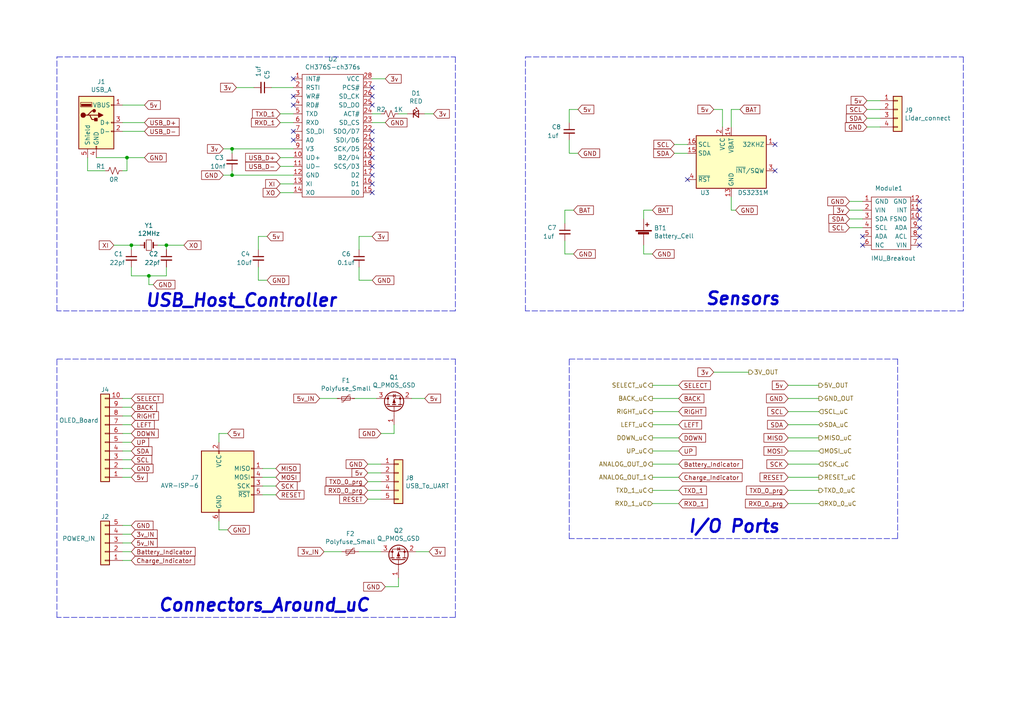
<source format=kicad_sch>
(kicad_sch (version 20211123) (generator eeschema)

  (uuid 05d3e08e-e1f9-46cf-93d0-836d1306d03a)

  (paper "A4")

  (lib_symbols
    (symbol "Connector:AVR-ISP-6" (pin_names (offset 1.016)) (in_bom yes) (on_board yes)
      (property "Reference" "J" (id 0) (at -6.35 11.43 0)
        (effects (font (size 1.27 1.27)) (justify left))
      )
      (property "Value" "AVR-ISP-6" (id 1) (at 0 11.43 0)
        (effects (font (size 1.27 1.27)) (justify left))
      )
      (property "Footprint" "" (id 2) (at -6.35 1.27 90)
        (effects (font (size 1.27 1.27)) hide)
      )
      (property "Datasheet" " ~" (id 3) (at -32.385 -13.97 0)
        (effects (font (size 1.27 1.27)) hide)
      )
      (property "ki_keywords" "AVR ISP Connector" (id 4) (at 0 0 0)
        (effects (font (size 1.27 1.27)) hide)
      )
      (property "ki_description" "Atmel 6-pin ISP connector" (id 5) (at 0 0 0)
        (effects (font (size 1.27 1.27)) hide)
      )
      (property "ki_fp_filters" "IDC?Header*2x03* Pin?Header*2x03*" (id 6) (at 0 0 0)
        (effects (font (size 1.27 1.27)) hide)
      )
      (symbol "AVR-ISP-6_0_1"
        (rectangle (start -2.667 -6.858) (end -2.413 -7.62)
          (stroke (width 0) (type default) (color 0 0 0 0))
          (fill (type none))
        )
        (rectangle (start -2.667 10.16) (end -2.413 9.398)
          (stroke (width 0) (type default) (color 0 0 0 0))
          (fill (type none))
        )
        (rectangle (start 7.62 -2.413) (end 6.858 -2.667)
          (stroke (width 0) (type default) (color 0 0 0 0))
          (fill (type none))
        )
        (rectangle (start 7.62 0.127) (end 6.858 -0.127)
          (stroke (width 0) (type default) (color 0 0 0 0))
          (fill (type none))
        )
        (rectangle (start 7.62 2.667) (end 6.858 2.413)
          (stroke (width 0) (type default) (color 0 0 0 0))
          (fill (type none))
        )
        (rectangle (start 7.62 5.207) (end 6.858 4.953)
          (stroke (width 0) (type default) (color 0 0 0 0))
          (fill (type none))
        )
        (rectangle (start 7.62 10.16) (end -7.62 -7.62)
          (stroke (width 0.254) (type default) (color 0 0 0 0))
          (fill (type background))
        )
      )
      (symbol "AVR-ISP-6_1_1"
        (pin passive line (at 10.16 5.08 180) (length 2.54)
          (name "MISO" (effects (font (size 1.27 1.27))))
          (number "1" (effects (font (size 1.27 1.27))))
        )
        (pin passive line (at -2.54 12.7 270) (length 2.54)
          (name "VCC" (effects (font (size 1.27 1.27))))
          (number "2" (effects (font (size 1.27 1.27))))
        )
        (pin passive line (at 10.16 0 180) (length 2.54)
          (name "SCK" (effects (font (size 1.27 1.27))))
          (number "3" (effects (font (size 1.27 1.27))))
        )
        (pin passive line (at 10.16 2.54 180) (length 2.54)
          (name "MOSI" (effects (font (size 1.27 1.27))))
          (number "4" (effects (font (size 1.27 1.27))))
        )
        (pin passive line (at 10.16 -2.54 180) (length 2.54)
          (name "~{RST}" (effects (font (size 1.27 1.27))))
          (number "5" (effects (font (size 1.27 1.27))))
        )
        (pin passive line (at -2.54 -10.16 90) (length 2.54)
          (name "GND" (effects (font (size 1.27 1.27))))
          (number "6" (effects (font (size 1.27 1.27))))
        )
      )
    )
    (symbol "Connector:USB_A" (pin_names (offset 1.016)) (in_bom yes) (on_board yes)
      (property "Reference" "J" (id 0) (at -5.08 11.43 0)
        (effects (font (size 1.27 1.27)) (justify left))
      )
      (property "Value" "USB_A" (id 1) (at -5.08 8.89 0)
        (effects (font (size 1.27 1.27)) (justify left))
      )
      (property "Footprint" "" (id 2) (at 3.81 -1.27 0)
        (effects (font (size 1.27 1.27)) hide)
      )
      (property "Datasheet" " ~" (id 3) (at 3.81 -1.27 0)
        (effects (font (size 1.27 1.27)) hide)
      )
      (property "ki_keywords" "connector USB" (id 4) (at 0 0 0)
        (effects (font (size 1.27 1.27)) hide)
      )
      (property "ki_description" "USB Type A connector" (id 5) (at 0 0 0)
        (effects (font (size 1.27 1.27)) hide)
      )
      (property "ki_fp_filters" "USB*" (id 6) (at 0 0 0)
        (effects (font (size 1.27 1.27)) hide)
      )
      (symbol "USB_A_0_1"
        (rectangle (start -5.08 -7.62) (end 5.08 7.62)
          (stroke (width 0.254) (type default) (color 0 0 0 0))
          (fill (type background))
        )
        (circle (center -3.81 2.159) (radius 0.635)
          (stroke (width 0.254) (type default) (color 0 0 0 0))
          (fill (type outline))
        )
        (rectangle (start -1.524 4.826) (end -4.318 5.334)
          (stroke (width 0) (type default) (color 0 0 0 0))
          (fill (type outline))
        )
        (rectangle (start -1.27 4.572) (end -4.572 5.842)
          (stroke (width 0) (type default) (color 0 0 0 0))
          (fill (type none))
        )
        (circle (center -0.635 3.429) (radius 0.381)
          (stroke (width 0.254) (type default) (color 0 0 0 0))
          (fill (type outline))
        )
        (rectangle (start -0.127 -7.62) (end 0.127 -6.858)
          (stroke (width 0) (type default) (color 0 0 0 0))
          (fill (type none))
        )
        (polyline
          (pts
            (xy -3.175 2.159)
            (xy -2.54 2.159)
            (xy -1.27 3.429)
            (xy -0.635 3.429)
          )
          (stroke (width 0.254) (type default) (color 0 0 0 0))
          (fill (type none))
        )
        (polyline
          (pts
            (xy -2.54 2.159)
            (xy -1.905 2.159)
            (xy -1.27 0.889)
            (xy 0 0.889)
          )
          (stroke (width 0.254) (type default) (color 0 0 0 0))
          (fill (type none))
        )
        (polyline
          (pts
            (xy 0.635 2.794)
            (xy 0.635 1.524)
            (xy 1.905 2.159)
            (xy 0.635 2.794)
          )
          (stroke (width 0.254) (type default) (color 0 0 0 0))
          (fill (type outline))
        )
        (rectangle (start 0.254 1.27) (end -0.508 0.508)
          (stroke (width 0.254) (type default) (color 0 0 0 0))
          (fill (type outline))
        )
        (rectangle (start 5.08 -2.667) (end 4.318 -2.413)
          (stroke (width 0) (type default) (color 0 0 0 0))
          (fill (type none))
        )
        (rectangle (start 5.08 -0.127) (end 4.318 0.127)
          (stroke (width 0) (type default) (color 0 0 0 0))
          (fill (type none))
        )
        (rectangle (start 5.08 4.953) (end 4.318 5.207)
          (stroke (width 0) (type default) (color 0 0 0 0))
          (fill (type none))
        )
      )
      (symbol "USB_A_1_1"
        (polyline
          (pts
            (xy -1.905 2.159)
            (xy 0.635 2.159)
          )
          (stroke (width 0.254) (type default) (color 0 0 0 0))
          (fill (type none))
        )
        (pin power_in line (at 7.62 5.08 180) (length 2.54)
          (name "VBUS" (effects (font (size 1.27 1.27))))
          (number "1" (effects (font (size 1.27 1.27))))
        )
        (pin bidirectional line (at 7.62 -2.54 180) (length 2.54)
          (name "D-" (effects (font (size 1.27 1.27))))
          (number "2" (effects (font (size 1.27 1.27))))
        )
        (pin bidirectional line (at 7.62 0 180) (length 2.54)
          (name "D+" (effects (font (size 1.27 1.27))))
          (number "3" (effects (font (size 1.27 1.27))))
        )
        (pin power_in line (at 0 -10.16 90) (length 2.54)
          (name "GND" (effects (font (size 1.27 1.27))))
          (number "4" (effects (font (size 1.27 1.27))))
        )
        (pin passive line (at -2.54 -10.16 90) (length 2.54)
          (name "Shield" (effects (font (size 1.27 1.27))))
          (number "5" (effects (font (size 1.27 1.27))))
        )
      )
    )
    (symbol "Connector_Generic:Conn_01x04" (pin_names (offset 1.016) hide) (in_bom yes) (on_board yes)
      (property "Reference" "J" (id 0) (at 0 5.08 0)
        (effects (font (size 1.27 1.27)))
      )
      (property "Value" "Conn_01x04" (id 1) (at 0 -7.62 0)
        (effects (font (size 1.27 1.27)))
      )
      (property "Footprint" "" (id 2) (at 0 0 0)
        (effects (font (size 1.27 1.27)) hide)
      )
      (property "Datasheet" "~" (id 3) (at 0 0 0)
        (effects (font (size 1.27 1.27)) hide)
      )
      (property "ki_keywords" "connector" (id 4) (at 0 0 0)
        (effects (font (size 1.27 1.27)) hide)
      )
      (property "ki_description" "Generic connector, single row, 01x04, script generated (kicad-library-utils/schlib/autogen/connector/)" (id 5) (at 0 0 0)
        (effects (font (size 1.27 1.27)) hide)
      )
      (property "ki_fp_filters" "Connector*:*_1x??_*" (id 6) (at 0 0 0)
        (effects (font (size 1.27 1.27)) hide)
      )
      (symbol "Conn_01x04_1_1"
        (rectangle (start -1.27 -4.953) (end 0 -5.207)
          (stroke (width 0.1524) (type default) (color 0 0 0 0))
          (fill (type none))
        )
        (rectangle (start -1.27 -2.413) (end 0 -2.667)
          (stroke (width 0.1524) (type default) (color 0 0 0 0))
          (fill (type none))
        )
        (rectangle (start -1.27 0.127) (end 0 -0.127)
          (stroke (width 0.1524) (type default) (color 0 0 0 0))
          (fill (type none))
        )
        (rectangle (start -1.27 2.667) (end 0 2.413)
          (stroke (width 0.1524) (type default) (color 0 0 0 0))
          (fill (type none))
        )
        (rectangle (start -1.27 3.81) (end 1.27 -6.35)
          (stroke (width 0.254) (type default) (color 0 0 0 0))
          (fill (type background))
        )
        (pin passive line (at -5.08 2.54 0) (length 3.81)
          (name "Pin_1" (effects (font (size 1.27 1.27))))
          (number "1" (effects (font (size 1.27 1.27))))
        )
        (pin passive line (at -5.08 0 0) (length 3.81)
          (name "Pin_2" (effects (font (size 1.27 1.27))))
          (number "2" (effects (font (size 1.27 1.27))))
        )
        (pin passive line (at -5.08 -2.54 0) (length 3.81)
          (name "Pin_3" (effects (font (size 1.27 1.27))))
          (number "3" (effects (font (size 1.27 1.27))))
        )
        (pin passive line (at -5.08 -5.08 0) (length 3.81)
          (name "Pin_4" (effects (font (size 1.27 1.27))))
          (number "4" (effects (font (size 1.27 1.27))))
        )
      )
    )
    (symbol "Connector_Generic:Conn_01x05" (pin_names (offset 1.016) hide) (in_bom yes) (on_board yes)
      (property "Reference" "J" (id 0) (at 0 7.62 0)
        (effects (font (size 1.27 1.27)))
      )
      (property "Value" "Conn_01x05" (id 1) (at 0 -7.62 0)
        (effects (font (size 1.27 1.27)))
      )
      (property "Footprint" "" (id 2) (at 0 0 0)
        (effects (font (size 1.27 1.27)) hide)
      )
      (property "Datasheet" "~" (id 3) (at 0 0 0)
        (effects (font (size 1.27 1.27)) hide)
      )
      (property "ki_keywords" "connector" (id 4) (at 0 0 0)
        (effects (font (size 1.27 1.27)) hide)
      )
      (property "ki_description" "Generic connector, single row, 01x05, script generated (kicad-library-utils/schlib/autogen/connector/)" (id 5) (at 0 0 0)
        (effects (font (size 1.27 1.27)) hide)
      )
      (property "ki_fp_filters" "Connector*:*_1x??_*" (id 6) (at 0 0 0)
        (effects (font (size 1.27 1.27)) hide)
      )
      (symbol "Conn_01x05_1_1"
        (rectangle (start -1.27 -4.953) (end 0 -5.207)
          (stroke (width 0.1524) (type default) (color 0 0 0 0))
          (fill (type none))
        )
        (rectangle (start -1.27 -2.413) (end 0 -2.667)
          (stroke (width 0.1524) (type default) (color 0 0 0 0))
          (fill (type none))
        )
        (rectangle (start -1.27 0.127) (end 0 -0.127)
          (stroke (width 0.1524) (type default) (color 0 0 0 0))
          (fill (type none))
        )
        (rectangle (start -1.27 2.667) (end 0 2.413)
          (stroke (width 0.1524) (type default) (color 0 0 0 0))
          (fill (type none))
        )
        (rectangle (start -1.27 5.207) (end 0 4.953)
          (stroke (width 0.1524) (type default) (color 0 0 0 0))
          (fill (type none))
        )
        (rectangle (start -1.27 6.35) (end 1.27 -6.35)
          (stroke (width 0.254) (type default) (color 0 0 0 0))
          (fill (type background))
        )
        (pin passive line (at -5.08 5.08 0) (length 3.81)
          (name "Pin_1" (effects (font (size 1.27 1.27))))
          (number "1" (effects (font (size 1.27 1.27))))
        )
        (pin passive line (at -5.08 2.54 0) (length 3.81)
          (name "Pin_2" (effects (font (size 1.27 1.27))))
          (number "2" (effects (font (size 1.27 1.27))))
        )
        (pin passive line (at -5.08 0 0) (length 3.81)
          (name "Pin_3" (effects (font (size 1.27 1.27))))
          (number "3" (effects (font (size 1.27 1.27))))
        )
        (pin passive line (at -5.08 -2.54 0) (length 3.81)
          (name "Pin_4" (effects (font (size 1.27 1.27))))
          (number "4" (effects (font (size 1.27 1.27))))
        )
        (pin passive line (at -5.08 -5.08 0) (length 3.81)
          (name "Pin_5" (effects (font (size 1.27 1.27))))
          (number "5" (effects (font (size 1.27 1.27))))
        )
      )
    )
    (symbol "Connector_Generic:Conn_01x10" (pin_names (offset 1.016) hide) (in_bom yes) (on_board yes)
      (property "Reference" "J" (id 0) (at 0 12.7 0)
        (effects (font (size 1.27 1.27)))
      )
      (property "Value" "Conn_01x10" (id 1) (at 0 -15.24 0)
        (effects (font (size 1.27 1.27)))
      )
      (property "Footprint" "" (id 2) (at 0 0 0)
        (effects (font (size 1.27 1.27)) hide)
      )
      (property "Datasheet" "~" (id 3) (at 0 0 0)
        (effects (font (size 1.27 1.27)) hide)
      )
      (property "ki_keywords" "connector" (id 4) (at 0 0 0)
        (effects (font (size 1.27 1.27)) hide)
      )
      (property "ki_description" "Generic connector, single row, 01x10, script generated (kicad-library-utils/schlib/autogen/connector/)" (id 5) (at 0 0 0)
        (effects (font (size 1.27 1.27)) hide)
      )
      (property "ki_fp_filters" "Connector*:*_1x??_*" (id 6) (at 0 0 0)
        (effects (font (size 1.27 1.27)) hide)
      )
      (symbol "Conn_01x10_1_1"
        (rectangle (start -1.27 -12.573) (end 0 -12.827)
          (stroke (width 0.1524) (type default) (color 0 0 0 0))
          (fill (type none))
        )
        (rectangle (start -1.27 -10.033) (end 0 -10.287)
          (stroke (width 0.1524) (type default) (color 0 0 0 0))
          (fill (type none))
        )
        (rectangle (start -1.27 -7.493) (end 0 -7.747)
          (stroke (width 0.1524) (type default) (color 0 0 0 0))
          (fill (type none))
        )
        (rectangle (start -1.27 -4.953) (end 0 -5.207)
          (stroke (width 0.1524) (type default) (color 0 0 0 0))
          (fill (type none))
        )
        (rectangle (start -1.27 -2.413) (end 0 -2.667)
          (stroke (width 0.1524) (type default) (color 0 0 0 0))
          (fill (type none))
        )
        (rectangle (start -1.27 0.127) (end 0 -0.127)
          (stroke (width 0.1524) (type default) (color 0 0 0 0))
          (fill (type none))
        )
        (rectangle (start -1.27 2.667) (end 0 2.413)
          (stroke (width 0.1524) (type default) (color 0 0 0 0))
          (fill (type none))
        )
        (rectangle (start -1.27 5.207) (end 0 4.953)
          (stroke (width 0.1524) (type default) (color 0 0 0 0))
          (fill (type none))
        )
        (rectangle (start -1.27 7.747) (end 0 7.493)
          (stroke (width 0.1524) (type default) (color 0 0 0 0))
          (fill (type none))
        )
        (rectangle (start -1.27 10.287) (end 0 10.033)
          (stroke (width 0.1524) (type default) (color 0 0 0 0))
          (fill (type none))
        )
        (rectangle (start -1.27 11.43) (end 1.27 -13.97)
          (stroke (width 0.254) (type default) (color 0 0 0 0))
          (fill (type background))
        )
        (pin passive line (at -5.08 10.16 0) (length 3.81)
          (name "Pin_1" (effects (font (size 1.27 1.27))))
          (number "1" (effects (font (size 1.27 1.27))))
        )
        (pin passive line (at -5.08 -12.7 0) (length 3.81)
          (name "Pin_10" (effects (font (size 1.27 1.27))))
          (number "10" (effects (font (size 1.27 1.27))))
        )
        (pin passive line (at -5.08 7.62 0) (length 3.81)
          (name "Pin_2" (effects (font (size 1.27 1.27))))
          (number "2" (effects (font (size 1.27 1.27))))
        )
        (pin passive line (at -5.08 5.08 0) (length 3.81)
          (name "Pin_3" (effects (font (size 1.27 1.27))))
          (number "3" (effects (font (size 1.27 1.27))))
        )
        (pin passive line (at -5.08 2.54 0) (length 3.81)
          (name "Pin_4" (effects (font (size 1.27 1.27))))
          (number "4" (effects (font (size 1.27 1.27))))
        )
        (pin passive line (at -5.08 0 0) (length 3.81)
          (name "Pin_5" (effects (font (size 1.27 1.27))))
          (number "5" (effects (font (size 1.27 1.27))))
        )
        (pin passive line (at -5.08 -2.54 0) (length 3.81)
          (name "Pin_6" (effects (font (size 1.27 1.27))))
          (number "6" (effects (font (size 1.27 1.27))))
        )
        (pin passive line (at -5.08 -5.08 0) (length 3.81)
          (name "Pin_7" (effects (font (size 1.27 1.27))))
          (number "7" (effects (font (size 1.27 1.27))))
        )
        (pin passive line (at -5.08 -7.62 0) (length 3.81)
          (name "Pin_8" (effects (font (size 1.27 1.27))))
          (number "8" (effects (font (size 1.27 1.27))))
        )
        (pin passive line (at -5.08 -10.16 0) (length 3.81)
          (name "Pin_9" (effects (font (size 1.27 1.27))))
          (number "9" (effects (font (size 1.27 1.27))))
        )
      )
    )
    (symbol "Device:Battery_Cell" (pin_numbers hide) (pin_names (offset 0) hide) (in_bom yes) (on_board yes)
      (property "Reference" "BT" (id 0) (at 2.54 2.54 0)
        (effects (font (size 1.27 1.27)) (justify left))
      )
      (property "Value" "Battery_Cell" (id 1) (at 2.54 0 0)
        (effects (font (size 1.27 1.27)) (justify left))
      )
      (property "Footprint" "" (id 2) (at 0 1.524 90)
        (effects (font (size 1.27 1.27)) hide)
      )
      (property "Datasheet" "~" (id 3) (at 0 1.524 90)
        (effects (font (size 1.27 1.27)) hide)
      )
      (property "ki_keywords" "battery cell" (id 4) (at 0 0 0)
        (effects (font (size 1.27 1.27)) hide)
      )
      (property "ki_description" "Single-cell battery" (id 5) (at 0 0 0)
        (effects (font (size 1.27 1.27)) hide)
      )
      (symbol "Battery_Cell_0_1"
        (rectangle (start -2.286 1.778) (end 2.286 1.524)
          (stroke (width 0) (type default) (color 0 0 0 0))
          (fill (type outline))
        )
        (rectangle (start -1.5748 1.1938) (end 1.4732 0.6858)
          (stroke (width 0) (type default) (color 0 0 0 0))
          (fill (type outline))
        )
        (polyline
          (pts
            (xy 0 0.762)
            (xy 0 0)
          )
          (stroke (width 0) (type default) (color 0 0 0 0))
          (fill (type none))
        )
        (polyline
          (pts
            (xy 0 1.778)
            (xy 0 2.54)
          )
          (stroke (width 0) (type default) (color 0 0 0 0))
          (fill (type none))
        )
        (polyline
          (pts
            (xy 0.508 3.429)
            (xy 1.524 3.429)
          )
          (stroke (width 0.254) (type default) (color 0 0 0 0))
          (fill (type none))
        )
        (polyline
          (pts
            (xy 1.016 3.937)
            (xy 1.016 2.921)
          )
          (stroke (width 0.254) (type default) (color 0 0 0 0))
          (fill (type none))
        )
      )
      (symbol "Battery_Cell_1_1"
        (pin passive line (at 0 5.08 270) (length 2.54)
          (name "+" (effects (font (size 1.27 1.27))))
          (number "1" (effects (font (size 1.27 1.27))))
        )
        (pin passive line (at 0 -2.54 90) (length 2.54)
          (name "-" (effects (font (size 1.27 1.27))))
          (number "2" (effects (font (size 1.27 1.27))))
        )
      )
    )
    (symbol "Device:C_Small" (pin_numbers hide) (pin_names (offset 0.254) hide) (in_bom yes) (on_board yes)
      (property "Reference" "C" (id 0) (at 0.254 1.778 0)
        (effects (font (size 1.27 1.27)) (justify left))
      )
      (property "Value" "C_Small" (id 1) (at 0.254 -2.032 0)
        (effects (font (size 1.27 1.27)) (justify left))
      )
      (property "Footprint" "" (id 2) (at 0 0 0)
        (effects (font (size 1.27 1.27)) hide)
      )
      (property "Datasheet" "~" (id 3) (at 0 0 0)
        (effects (font (size 1.27 1.27)) hide)
      )
      (property "ki_keywords" "capacitor cap" (id 4) (at 0 0 0)
        (effects (font (size 1.27 1.27)) hide)
      )
      (property "ki_description" "Unpolarized capacitor, small symbol" (id 5) (at 0 0 0)
        (effects (font (size 1.27 1.27)) hide)
      )
      (property "ki_fp_filters" "C_*" (id 6) (at 0 0 0)
        (effects (font (size 1.27 1.27)) hide)
      )
      (symbol "C_Small_0_1"
        (polyline
          (pts
            (xy -1.524 -0.508)
            (xy 1.524 -0.508)
          )
          (stroke (width 0.3302) (type default) (color 0 0 0 0))
          (fill (type none))
        )
        (polyline
          (pts
            (xy -1.524 0.508)
            (xy 1.524 0.508)
          )
          (stroke (width 0.3048) (type default) (color 0 0 0 0))
          (fill (type none))
        )
      )
      (symbol "C_Small_1_1"
        (pin passive line (at 0 2.54 270) (length 2.032)
          (name "~" (effects (font (size 1.27 1.27))))
          (number "1" (effects (font (size 1.27 1.27))))
        )
        (pin passive line (at 0 -2.54 90) (length 2.032)
          (name "~" (effects (font (size 1.27 1.27))))
          (number "2" (effects (font (size 1.27 1.27))))
        )
      )
    )
    (symbol "Device:Crystal_Small" (pin_numbers hide) (pin_names (offset 1.016) hide) (in_bom yes) (on_board yes)
      (property "Reference" "Y" (id 0) (at 0 2.54 0)
        (effects (font (size 1.27 1.27)))
      )
      (property "Value" "Crystal_Small" (id 1) (at 0 -2.54 0)
        (effects (font (size 1.27 1.27)))
      )
      (property "Footprint" "" (id 2) (at 0 0 0)
        (effects (font (size 1.27 1.27)) hide)
      )
      (property "Datasheet" "~" (id 3) (at 0 0 0)
        (effects (font (size 1.27 1.27)) hide)
      )
      (property "ki_keywords" "quartz ceramic resonator oscillator" (id 4) (at 0 0 0)
        (effects (font (size 1.27 1.27)) hide)
      )
      (property "ki_description" "Two pin crystal, small symbol" (id 5) (at 0 0 0)
        (effects (font (size 1.27 1.27)) hide)
      )
      (property "ki_fp_filters" "Crystal*" (id 6) (at 0 0 0)
        (effects (font (size 1.27 1.27)) hide)
      )
      (symbol "Crystal_Small_0_1"
        (rectangle (start -0.762 -1.524) (end 0.762 1.524)
          (stroke (width 0) (type default) (color 0 0 0 0))
          (fill (type none))
        )
        (polyline
          (pts
            (xy -1.27 -0.762)
            (xy -1.27 0.762)
          )
          (stroke (width 0.381) (type default) (color 0 0 0 0))
          (fill (type none))
        )
        (polyline
          (pts
            (xy 1.27 -0.762)
            (xy 1.27 0.762)
          )
          (stroke (width 0.381) (type default) (color 0 0 0 0))
          (fill (type none))
        )
      )
      (symbol "Crystal_Small_1_1"
        (pin passive line (at -2.54 0 0) (length 1.27)
          (name "1" (effects (font (size 1.27 1.27))))
          (number "1" (effects (font (size 1.27 1.27))))
        )
        (pin passive line (at 2.54 0 180) (length 1.27)
          (name "2" (effects (font (size 1.27 1.27))))
          (number "2" (effects (font (size 1.27 1.27))))
        )
      )
    )
    (symbol "Device:LED_Small" (pin_numbers hide) (pin_names (offset 0.254) hide) (in_bom yes) (on_board yes)
      (property "Reference" "D" (id 0) (at -1.27 3.175 0)
        (effects (font (size 1.27 1.27)) (justify left))
      )
      (property "Value" "LED_Small" (id 1) (at -4.445 -2.54 0)
        (effects (font (size 1.27 1.27)) (justify left))
      )
      (property "Footprint" "" (id 2) (at 0 0 90)
        (effects (font (size 1.27 1.27)) hide)
      )
      (property "Datasheet" "~" (id 3) (at 0 0 90)
        (effects (font (size 1.27 1.27)) hide)
      )
      (property "ki_keywords" "LED diode light-emitting-diode" (id 4) (at 0 0 0)
        (effects (font (size 1.27 1.27)) hide)
      )
      (property "ki_description" "Light emitting diode, small symbol" (id 5) (at 0 0 0)
        (effects (font (size 1.27 1.27)) hide)
      )
      (property "ki_fp_filters" "LED* LED_SMD:* LED_THT:*" (id 6) (at 0 0 0)
        (effects (font (size 1.27 1.27)) hide)
      )
      (symbol "LED_Small_0_1"
        (polyline
          (pts
            (xy -0.762 -1.016)
            (xy -0.762 1.016)
          )
          (stroke (width 0.254) (type default) (color 0 0 0 0))
          (fill (type none))
        )
        (polyline
          (pts
            (xy 1.016 0)
            (xy -0.762 0)
          )
          (stroke (width 0) (type default) (color 0 0 0 0))
          (fill (type none))
        )
        (polyline
          (pts
            (xy 0.762 -1.016)
            (xy -0.762 0)
            (xy 0.762 1.016)
            (xy 0.762 -1.016)
          )
          (stroke (width 0.254) (type default) (color 0 0 0 0))
          (fill (type none))
        )
        (polyline
          (pts
            (xy 0 0.762)
            (xy -0.508 1.27)
            (xy -0.254 1.27)
            (xy -0.508 1.27)
            (xy -0.508 1.016)
          )
          (stroke (width 0) (type default) (color 0 0 0 0))
          (fill (type none))
        )
        (polyline
          (pts
            (xy 0.508 1.27)
            (xy 0 1.778)
            (xy 0.254 1.778)
            (xy 0 1.778)
            (xy 0 1.524)
          )
          (stroke (width 0) (type default) (color 0 0 0 0))
          (fill (type none))
        )
      )
      (symbol "LED_Small_1_1"
        (pin passive line (at -2.54 0 0) (length 1.778)
          (name "K" (effects (font (size 1.27 1.27))))
          (number "1" (effects (font (size 1.27 1.27))))
        )
        (pin passive line (at 2.54 0 180) (length 1.778)
          (name "A" (effects (font (size 1.27 1.27))))
          (number "2" (effects (font (size 1.27 1.27))))
        )
      )
    )
    (symbol "Device:Polyfuse_Small" (pin_numbers hide) (pin_names (offset 0)) (in_bom yes) (on_board yes)
      (property "Reference" "F" (id 0) (at -1.905 0 90)
        (effects (font (size 1.27 1.27)))
      )
      (property "Value" "Polyfuse_Small" (id 1) (at 1.905 0 90)
        (effects (font (size 1.27 1.27)))
      )
      (property "Footprint" "" (id 2) (at 1.27 -5.08 0)
        (effects (font (size 1.27 1.27)) (justify left) hide)
      )
      (property "Datasheet" "~" (id 3) (at 0 0 0)
        (effects (font (size 1.27 1.27)) hide)
      )
      (property "ki_keywords" "resettable fuse PTC PPTC polyfuse polyswitch" (id 4) (at 0 0 0)
        (effects (font (size 1.27 1.27)) hide)
      )
      (property "ki_description" "Resettable fuse, polymeric positive temperature coefficient, small symbol" (id 5) (at 0 0 0)
        (effects (font (size 1.27 1.27)) hide)
      )
      (property "ki_fp_filters" "*polyfuse* *PTC*" (id 6) (at 0 0 0)
        (effects (font (size 1.27 1.27)) hide)
      )
      (symbol "Polyfuse_Small_0_1"
        (rectangle (start -0.508 1.27) (end 0.508 -1.27)
          (stroke (width 0) (type default) (color 0 0 0 0))
          (fill (type none))
        )
        (polyline
          (pts
            (xy 0 2.54)
            (xy 0 -2.54)
          )
          (stroke (width 0) (type default) (color 0 0 0 0))
          (fill (type none))
        )
        (polyline
          (pts
            (xy -1.016 1.27)
            (xy -1.016 0.762)
            (xy 1.016 -0.762)
            (xy 1.016 -1.27)
          )
          (stroke (width 0) (type default) (color 0 0 0 0))
          (fill (type none))
        )
      )
      (symbol "Polyfuse_Small_1_1"
        (pin passive line (at 0 2.54 270) (length 0.635)
          (name "~" (effects (font (size 1.27 1.27))))
          (number "1" (effects (font (size 1.27 1.27))))
        )
        (pin passive line (at 0 -2.54 90) (length 0.635)
          (name "~" (effects (font (size 1.27 1.27))))
          (number "2" (effects (font (size 1.27 1.27))))
        )
      )
    )
    (symbol "Device:Q_PMOS_GSD" (pin_names (offset 0) hide) (in_bom yes) (on_board yes)
      (property "Reference" "Q" (id 0) (at 5.08 1.27 0)
        (effects (font (size 1.27 1.27)) (justify left))
      )
      (property "Value" "Q_PMOS_GSD" (id 1) (at 5.08 -1.27 0)
        (effects (font (size 1.27 1.27)) (justify left))
      )
      (property "Footprint" "" (id 2) (at 5.08 2.54 0)
        (effects (font (size 1.27 1.27)) hide)
      )
      (property "Datasheet" "~" (id 3) (at 0 0 0)
        (effects (font (size 1.27 1.27)) hide)
      )
      (property "ki_keywords" "transistor PMOS P-MOS P-MOSFET" (id 4) (at 0 0 0)
        (effects (font (size 1.27 1.27)) hide)
      )
      (property "ki_description" "P-MOSFET transistor, gate/source/drain" (id 5) (at 0 0 0)
        (effects (font (size 1.27 1.27)) hide)
      )
      (symbol "Q_PMOS_GSD_0_1"
        (polyline
          (pts
            (xy 0.254 0)
            (xy -2.54 0)
          )
          (stroke (width 0) (type default) (color 0 0 0 0))
          (fill (type none))
        )
        (polyline
          (pts
            (xy 0.254 1.905)
            (xy 0.254 -1.905)
          )
          (stroke (width 0.254) (type default) (color 0 0 0 0))
          (fill (type none))
        )
        (polyline
          (pts
            (xy 0.762 -1.27)
            (xy 0.762 -2.286)
          )
          (stroke (width 0.254) (type default) (color 0 0 0 0))
          (fill (type none))
        )
        (polyline
          (pts
            (xy 0.762 0.508)
            (xy 0.762 -0.508)
          )
          (stroke (width 0.254) (type default) (color 0 0 0 0))
          (fill (type none))
        )
        (polyline
          (pts
            (xy 0.762 2.286)
            (xy 0.762 1.27)
          )
          (stroke (width 0.254) (type default) (color 0 0 0 0))
          (fill (type none))
        )
        (polyline
          (pts
            (xy 2.54 2.54)
            (xy 2.54 1.778)
          )
          (stroke (width 0) (type default) (color 0 0 0 0))
          (fill (type none))
        )
        (polyline
          (pts
            (xy 2.54 -2.54)
            (xy 2.54 0)
            (xy 0.762 0)
          )
          (stroke (width 0) (type default) (color 0 0 0 0))
          (fill (type none))
        )
        (polyline
          (pts
            (xy 0.762 1.778)
            (xy 3.302 1.778)
            (xy 3.302 -1.778)
            (xy 0.762 -1.778)
          )
          (stroke (width 0) (type default) (color 0 0 0 0))
          (fill (type none))
        )
        (polyline
          (pts
            (xy 2.286 0)
            (xy 1.27 0.381)
            (xy 1.27 -0.381)
            (xy 2.286 0)
          )
          (stroke (width 0) (type default) (color 0 0 0 0))
          (fill (type outline))
        )
        (polyline
          (pts
            (xy 2.794 -0.508)
            (xy 2.921 -0.381)
            (xy 3.683 -0.381)
            (xy 3.81 -0.254)
          )
          (stroke (width 0) (type default) (color 0 0 0 0))
          (fill (type none))
        )
        (polyline
          (pts
            (xy 3.302 -0.381)
            (xy 2.921 0.254)
            (xy 3.683 0.254)
            (xy 3.302 -0.381)
          )
          (stroke (width 0) (type default) (color 0 0 0 0))
          (fill (type none))
        )
        (circle (center 1.651 0) (radius 2.794)
          (stroke (width 0.254) (type default) (color 0 0 0 0))
          (fill (type none))
        )
        (circle (center 2.54 -1.778) (radius 0.254)
          (stroke (width 0) (type default) (color 0 0 0 0))
          (fill (type outline))
        )
        (circle (center 2.54 1.778) (radius 0.254)
          (stroke (width 0) (type default) (color 0 0 0 0))
          (fill (type outline))
        )
      )
      (symbol "Q_PMOS_GSD_1_1"
        (pin input line (at -5.08 0 0) (length 2.54)
          (name "G" (effects (font (size 1.27 1.27))))
          (number "1" (effects (font (size 1.27 1.27))))
        )
        (pin passive line (at 2.54 -5.08 90) (length 2.54)
          (name "S" (effects (font (size 1.27 1.27))))
          (number "2" (effects (font (size 1.27 1.27))))
        )
        (pin passive line (at 2.54 5.08 270) (length 2.54)
          (name "D" (effects (font (size 1.27 1.27))))
          (number "3" (effects (font (size 1.27 1.27))))
        )
      )
    )
    (symbol "Device:R_Small_US" (pin_numbers hide) (pin_names (offset 0.254) hide) (in_bom yes) (on_board yes)
      (property "Reference" "R" (id 0) (at 0.762 0.508 0)
        (effects (font (size 1.27 1.27)) (justify left))
      )
      (property "Value" "R_Small_US" (id 1) (at 0.762 -1.016 0)
        (effects (font (size 1.27 1.27)) (justify left))
      )
      (property "Footprint" "" (id 2) (at 0 0 0)
        (effects (font (size 1.27 1.27)) hide)
      )
      (property "Datasheet" "~" (id 3) (at 0 0 0)
        (effects (font (size 1.27 1.27)) hide)
      )
      (property "ki_keywords" "r resistor" (id 4) (at 0 0 0)
        (effects (font (size 1.27 1.27)) hide)
      )
      (property "ki_description" "Resistor, small US symbol" (id 5) (at 0 0 0)
        (effects (font (size 1.27 1.27)) hide)
      )
      (property "ki_fp_filters" "R_*" (id 6) (at 0 0 0)
        (effects (font (size 1.27 1.27)) hide)
      )
      (symbol "R_Small_US_1_1"
        (polyline
          (pts
            (xy 0 0)
            (xy 1.016 -0.381)
            (xy 0 -0.762)
            (xy -1.016 -1.143)
            (xy 0 -1.524)
          )
          (stroke (width 0) (type default) (color 0 0 0 0))
          (fill (type none))
        )
        (polyline
          (pts
            (xy 0 1.524)
            (xy 1.016 1.143)
            (xy 0 0.762)
            (xy -1.016 0.381)
            (xy 0 0)
          )
          (stroke (width 0) (type default) (color 0 0 0 0))
          (fill (type none))
        )
        (pin passive line (at 0 2.54 270) (length 1.016)
          (name "~" (effects (font (size 1.27 1.27))))
          (number "1" (effects (font (size 1.27 1.27))))
        )
        (pin passive line (at 0 -2.54 90) (length 1.016)
          (name "~" (effects (font (size 1.27 1.27))))
          (number "2" (effects (font (size 1.27 1.27))))
        )
      )
    )
    (symbol "IMU_Sensor:IMU_Breakout" (pin_names (offset 1.016)) (in_bom yes) (on_board yes)
      (property "Reference" "Module" (id 0) (at 0 -10.16 0)
        (effects (font (size 1.27 1.27)))
      )
      (property "Value" "IMU_Breakout" (id 1) (at 0 10.16 0)
        (effects (font (size 1.27 1.27)))
      )
      (property "Footprint" "" (id 2) (at 0 2.54 0)
        (effects (font (size 1.27 1.27)) hide)
      )
      (property "Datasheet" "" (id 3) (at 0 2.54 0)
        (effects (font (size 1.27 1.27)) hide)
      )
      (symbol "IMU_Breakout_0_1"
        (rectangle (start -6.35 7.62) (end 5.08 -7.62)
          (stroke (width 0) (type default) (color 0 0 0 0))
          (fill (type none))
        )
      )
      (symbol "IMU_Breakout_1_1"
        (pin input line (at -8.89 6.35 0) (length 2.54)
          (name "GND" (effects (font (size 1.27 1.27))))
          (number "1" (effects (font (size 1.27 1.27))))
        )
        (pin input line (at 7.62 1.27 180) (length 2.54)
          (name "FSNO" (effects (font (size 1.27 1.27))))
          (number "10" (effects (font (size 1.27 1.27))))
        )
        (pin input line (at 7.62 3.81 180) (length 2.54)
          (name "INT" (effects (font (size 1.27 1.27))))
          (number "11" (effects (font (size 1.27 1.27))))
        )
        (pin input line (at 7.62 6.35 180) (length 2.54)
          (name "GND" (effects (font (size 1.27 1.27))))
          (number "12" (effects (font (size 1.27 1.27))))
        )
        (pin input line (at -8.89 3.81 0) (length 2.54)
          (name "VIN" (effects (font (size 1.27 1.27))))
          (number "2" (effects (font (size 1.27 1.27))))
        )
        (pin input line (at -8.89 1.27 0) (length 2.54)
          (name "SDA" (effects (font (size 1.27 1.27))))
          (number "3" (effects (font (size 1.27 1.27))))
        )
        (pin input line (at -8.89 -1.27 0) (length 2.54)
          (name "SCL" (effects (font (size 1.27 1.27))))
          (number "4" (effects (font (size 1.27 1.27))))
        )
        (pin input line (at -8.89 -3.81 0) (length 2.54)
          (name "ADA" (effects (font (size 1.27 1.27))))
          (number "5" (effects (font (size 1.27 1.27))))
        )
        (pin input line (at -8.89 -6.35 0) (length 2.54)
          (name "NC" (effects (font (size 1.27 1.27))))
          (number "6" (effects (font (size 1.27 1.27))))
        )
        (pin input line (at 7.62 -6.35 180) (length 2.54)
          (name "VIN" (effects (font (size 1.27 1.27))))
          (number "7" (effects (font (size 1.27 1.27))))
        )
        (pin input line (at 7.62 -3.81 180) (length 2.54)
          (name "ACL" (effects (font (size 1.27 1.27))))
          (number "8" (effects (font (size 1.27 1.27))))
        )
        (pin input line (at 7.62 -1.27 180) (length 2.54)
          (name "ADA" (effects (font (size 1.27 1.27))))
          (number "9" (effects (font (size 1.27 1.27))))
        )
      )
    )
    (symbol "StockPile_Final-rescue:CH376S-ch376s" (pin_names (offset 1.016)) (in_bom yes) (on_board yes)
      (property "Reference" "U" (id 0) (at 0 19.05 0)
        (effects (font (size 1.27 1.27)))
      )
      (property "Value" "CH376S-ch376s" (id 1) (at 0 -21.59 0)
        (effects (font (size 1.27 1.27)))
      )
      (property "Footprint" "" (id 2) (at 0 0 0)
        (effects (font (size 1.27 1.27)) hide)
      )
      (property "Datasheet" "" (id 3) (at 0 0 0)
        (effects (font (size 1.27 1.27)) hide)
      )
      (symbol "CH376S-ch376s_0_1"
        (rectangle (start -8.89 16.51) (end 8.89 -19.05)
          (stroke (width 0) (type default) (color 0 0 0 0))
          (fill (type none))
        )
      )
      (symbol "CH376S-ch376s_1_1"
        (pin input line (at -11.43 15.24 0) (length 2.54)
          (name "INT#" (effects (font (size 1.27 1.27))))
          (number "1" (effects (font (size 1.27 1.27))))
        )
        (pin input line (at -11.43 -7.62 0) (length 2.54)
          (name "UD+" (effects (font (size 1.27 1.27))))
          (number "10" (effects (font (size 1.27 1.27))))
        )
        (pin input line (at -11.43 -10.16 0) (length 2.54)
          (name "UD-" (effects (font (size 1.27 1.27))))
          (number "11" (effects (font (size 1.27 1.27))))
        )
        (pin input line (at -11.43 -12.7 0) (length 2.54)
          (name "GND" (effects (font (size 1.27 1.27))))
          (number "12" (effects (font (size 1.27 1.27))))
        )
        (pin input line (at -11.43 -15.24 0) (length 2.54)
          (name "XI" (effects (font (size 1.27 1.27))))
          (number "13" (effects (font (size 1.27 1.27))))
        )
        (pin input line (at -11.43 -17.78 0) (length 2.54)
          (name "XO" (effects (font (size 1.27 1.27))))
          (number "14" (effects (font (size 1.27 1.27))))
        )
        (pin input line (at 11.43 -17.78 180) (length 2.54)
          (name "D0" (effects (font (size 1.27 1.27))))
          (number "15" (effects (font (size 1.27 1.27))))
        )
        (pin input line (at 11.43 -15.24 180) (length 2.54)
          (name "D1" (effects (font (size 1.27 1.27))))
          (number "16" (effects (font (size 1.27 1.27))))
        )
        (pin input line (at 11.43 -12.7 180) (length 2.54)
          (name "D2" (effects (font (size 1.27 1.27))))
          (number "17" (effects (font (size 1.27 1.27))))
        )
        (pin input line (at 11.43 -10.16 180) (length 2.54)
          (name "SCS/D3" (effects (font (size 1.27 1.27))))
          (number "18" (effects (font (size 1.27 1.27))))
        )
        (pin input line (at 11.43 -7.62 180) (length 2.54)
          (name "B2/D4" (effects (font (size 1.27 1.27))))
          (number "19" (effects (font (size 1.27 1.27))))
        )
        (pin input line (at -11.43 12.7 0) (length 2.54)
          (name "RSTI" (effects (font (size 1.27 1.27))))
          (number "2" (effects (font (size 1.27 1.27))))
        )
        (pin input line (at 11.43 -5.08 180) (length 2.54)
          (name "SCK/D5" (effects (font (size 1.27 1.27))))
          (number "20" (effects (font (size 1.27 1.27))))
        )
        (pin input line (at 11.43 -2.54 180) (length 2.54)
          (name "SDI/D6" (effects (font (size 1.27 1.27))))
          (number "21" (effects (font (size 1.27 1.27))))
        )
        (pin input line (at 11.43 0 180) (length 2.54)
          (name "SDO/D7" (effects (font (size 1.27 1.27))))
          (number "22" (effects (font (size 1.27 1.27))))
        )
        (pin input line (at 11.43 2.54 180) (length 2.54)
          (name "SD_CS" (effects (font (size 1.27 1.27))))
          (number "23" (effects (font (size 1.27 1.27))))
        )
        (pin input line (at 11.43 5.08 180) (length 2.54)
          (name "ACT#" (effects (font (size 1.27 1.27))))
          (number "24" (effects (font (size 1.27 1.27))))
        )
        (pin input line (at 11.43 7.62 180) (length 2.54)
          (name "SD_DO" (effects (font (size 1.27 1.27))))
          (number "25" (effects (font (size 1.27 1.27))))
        )
        (pin input line (at 11.43 10.16 180) (length 2.54)
          (name "SD_CK" (effects (font (size 1.27 1.27))))
          (number "26" (effects (font (size 1.27 1.27))))
        )
        (pin input line (at 11.43 12.7 180) (length 2.54)
          (name "PCS#" (effects (font (size 1.27 1.27))))
          (number "27" (effects (font (size 1.27 1.27))))
        )
        (pin input line (at 11.43 15.24 180) (length 2.54)
          (name "VCC" (effects (font (size 1.27 1.27))))
          (number "28" (effects (font (size 1.27 1.27))))
        )
        (pin input line (at -11.43 10.16 0) (length 2.54)
          (name "WR#" (effects (font (size 1.27 1.27))))
          (number "3" (effects (font (size 1.27 1.27))))
        )
        (pin input line (at -11.43 7.62 0) (length 2.54)
          (name "RD#" (effects (font (size 1.27 1.27))))
          (number "4" (effects (font (size 1.27 1.27))))
        )
        (pin input line (at -11.43 5.08 0) (length 2.54)
          (name "TXD" (effects (font (size 1.27 1.27))))
          (number "5" (effects (font (size 1.27 1.27))))
        )
        (pin input line (at -11.43 2.54 0) (length 2.54)
          (name "RXD" (effects (font (size 1.27 1.27))))
          (number "6" (effects (font (size 1.27 1.27))))
        )
        (pin input line (at -11.43 0 0) (length 2.54)
          (name "SD_DI" (effects (font (size 1.27 1.27))))
          (number "7" (effects (font (size 1.27 1.27))))
        )
        (pin input line (at -11.43 -2.54 0) (length 2.54)
          (name "A0" (effects (font (size 1.27 1.27))))
          (number "8" (effects (font (size 1.27 1.27))))
        )
        (pin input line (at -11.43 -5.08 0) (length 2.54)
          (name "V3" (effects (font (size 1.27 1.27))))
          (number "9" (effects (font (size 1.27 1.27))))
        )
      )
    )
    (symbol "Timer_RTC:DS3231M" (in_bom yes) (on_board yes)
      (property "Reference" "U" (id 0) (at -7.62 8.89 0)
        (effects (font (size 1.27 1.27)) (justify right))
      )
      (property "Value" "DS3231M" (id 1) (at 10.16 8.89 0)
        (effects (font (size 1.27 1.27)) (justify right))
      )
      (property "Footprint" "Package_SO:SOIC-16W_7.5x10.3mm_P1.27mm" (id 2) (at 0 -15.24 0)
        (effects (font (size 1.27 1.27)) hide)
      )
      (property "Datasheet" "http://datasheets.maximintegrated.com/en/ds/DS3231.pdf" (id 3) (at 6.858 1.27 0)
        (effects (font (size 1.27 1.27)) hide)
      )
      (property "ki_keywords" "RTC TCXO Realtime Time Clock Crystal Oscillator I2C" (id 4) (at 0 0 0)
        (effects (font (size 1.27 1.27)) hide)
      )
      (property "ki_description" "Extremely Accurate I2C-Integrated RTC/TCXO/Crystal SOIC-16" (id 5) (at 0 0 0)
        (effects (font (size 1.27 1.27)) hide)
      )
      (property "ki_fp_filters" "SOIC*7.5x10.3mm*P1.27mm*" (id 6) (at 0 0 0)
        (effects (font (size 1.27 1.27)) hide)
      )
      (symbol "DS3231M_0_1"
        (rectangle (start -10.16 7.62) (end 10.16 -7.62)
          (stroke (width 0.254) (type default) (color 0 0 0 0))
          (fill (type background))
        )
      )
      (symbol "DS3231M_1_1"
        (pin open_collector line (at 12.7 5.08 180) (length 2.54)
          (name "32KHZ" (effects (font (size 1.27 1.27))))
          (number "1" (effects (font (size 1.27 1.27))))
        )
        (pin passive line (at 0 -10.16 90) (length 2.54) hide
          (name "GND" (effects (font (size 1.27 1.27))))
          (number "10" (effects (font (size 1.27 1.27))))
        )
        (pin passive line (at 0 -10.16 90) (length 2.54) hide
          (name "GND" (effects (font (size 1.27 1.27))))
          (number "11" (effects (font (size 1.27 1.27))))
        )
        (pin passive line (at 0 -10.16 90) (length 2.54) hide
          (name "GND" (effects (font (size 1.27 1.27))))
          (number "12" (effects (font (size 1.27 1.27))))
        )
        (pin power_in line (at 0 -10.16 90) (length 2.54)
          (name "GND" (effects (font (size 1.27 1.27))))
          (number "13" (effects (font (size 1.27 1.27))))
        )
        (pin power_in line (at 0 10.16 270) (length 2.54)
          (name "VBAT" (effects (font (size 1.27 1.27))))
          (number "14" (effects (font (size 1.27 1.27))))
        )
        (pin bidirectional line (at -12.7 2.54 0) (length 2.54)
          (name "SDA" (effects (font (size 1.27 1.27))))
          (number "15" (effects (font (size 1.27 1.27))))
        )
        (pin input line (at -12.7 5.08 0) (length 2.54)
          (name "SCL" (effects (font (size 1.27 1.27))))
          (number "16" (effects (font (size 1.27 1.27))))
        )
        (pin power_in line (at -2.54 10.16 270) (length 2.54)
          (name "VCC" (effects (font (size 1.27 1.27))))
          (number "2" (effects (font (size 1.27 1.27))))
        )
        (pin open_collector line (at 12.7 -2.54 180) (length 2.54)
          (name "~{INT}/SQW" (effects (font (size 1.27 1.27))))
          (number "3" (effects (font (size 1.27 1.27))))
        )
        (pin bidirectional line (at -12.7 -5.08 0) (length 2.54)
          (name "~{RST}" (effects (font (size 1.27 1.27))))
          (number "4" (effects (font (size 1.27 1.27))))
        )
        (pin passive line (at 0 -10.16 90) (length 2.54) hide
          (name "GND" (effects (font (size 1.27 1.27))))
          (number "5" (effects (font (size 1.27 1.27))))
        )
        (pin passive line (at 0 -10.16 90) (length 2.54) hide
          (name "GND" (effects (font (size 1.27 1.27))))
          (number "6" (effects (font (size 1.27 1.27))))
        )
        (pin passive line (at 0 -10.16 90) (length 2.54) hide
          (name "GND" (effects (font (size 1.27 1.27))))
          (number "7" (effects (font (size 1.27 1.27))))
        )
        (pin passive line (at 0 -10.16 90) (length 2.54) hide
          (name "GND" (effects (font (size 1.27 1.27))))
          (number "8" (effects (font (size 1.27 1.27))))
        )
        (pin passive line (at 0 -10.16 90) (length 2.54) hide
          (name "GND" (effects (font (size 1.27 1.27))))
          (number "9" (effects (font (size 1.27 1.27))))
        )
      )
    )
  )

  (junction (at 36.83 45.72) (diameter 0) (color 0 0 0 0)
    (uuid 044dde97-ee2e-473a-9264-ed4dff1893a5)
  )
  (junction (at 67.31 43.18) (diameter 0) (color 0 0 0 0)
    (uuid 0b110cbc-e477-4bdc-9c81-26a3d588d354)
  )
  (junction (at 38.1 71.12) (diameter 0) (color 0 0 0 0)
    (uuid 112371bd-7aa2-4b47-b184-50d12afc2534)
  )
  (junction (at 48.26 71.12) (diameter 0) (color 0 0 0 0)
    (uuid 7274c82d-0cb9-47de-b093-7d848f491410)
  )
  (junction (at 43.18 80.01) (diameter 0) (color 0 0 0 0)
    (uuid 88a17e56-466a-45e7-9047-7346a507f505)
  )
  (junction (at 67.31 50.8) (diameter 0) (color 0 0 0 0)
    (uuid a9d76dfc-52ba-46de-beb4-dab7b94ee663)
  )

  (no_connect (at 266.7 58.42) (uuid 022502e0-e724-4b75-bc35-3c5984dbeb76))
  (no_connect (at 266.7 66.04) (uuid 08ec951f-e7eb-41cf-9589-697107a98e88))
  (no_connect (at 250.19 71.12) (uuid 09bbea88-8bd7-48ec-baae-1b4a9a11a40e))
  (no_connect (at 107.95 40.64) (uuid 0a5610bb-d01a-4417-8271-dc424dd2c838))
  (no_connect (at 266.7 68.58) (uuid 0fb27e11-fde6-4a25-adbb-e9684771b369))
  (no_connect (at 107.95 27.94) (uuid 1cb64bfe-d819-47e3-be11-515b04f2c451))
  (no_connect (at 85.09 27.94) (uuid 2681e64d-bedc-4e1f-87d2-754aaa485bbd))
  (no_connect (at 266.7 63.5) (uuid 2eea20e6-112c-411a-b615-885ae773135a))
  (no_connect (at 266.7 71.12) (uuid 41c18011-40db-4384-9ba4-c0158d0d9d6a))
  (no_connect (at 107.95 45.72) (uuid 42ecdba3-f348-4384-8d4b-cd21e56f3613))
  (no_connect (at 224.79 49.53) (uuid 4346fe55-f906-453a-b81a-1c013104a598))
  (no_connect (at 266.7 60.96) (uuid 49fec31e-3712-4229-8142-b191d90a97d0))
  (no_connect (at 250.19 68.58) (uuid 56d2bc5d-fd72-4542-ab0f-053a5fd60efa))
  (no_connect (at 85.09 38.1) (uuid 5a390647-51ba-4684-b747-9001f749ff71))
  (no_connect (at 199.39 52.07) (uuid 5e6153e6-2c19-46de-9a8e-b310a2a07861))
  (no_connect (at 85.09 22.86) (uuid 6b8c153e-62fe-42fb-aa7f-caef740ef6fd))
  (no_connect (at 85.09 40.64) (uuid 765684c2-53b3-4ef7-bd1b-7a4a73d87b76))
  (no_connect (at 107.95 25.4) (uuid 9f4abbc0-6ac3-48f0-b823-2c1c19349540))
  (no_connect (at 107.95 48.26) (uuid a22bec73-a69c-4ab7-8d8d-f6a6b09f925f))
  (no_connect (at 107.95 30.48) (uuid ae158d42-76cc-4911-a621-4cc28931c98b))
  (no_connect (at 107.95 53.34) (uuid b44c0167-50fe-4c67-94fb-5ce2e6f52544))
  (no_connect (at 107.95 50.8) (uuid bd29b6d3-a58c-4b1f-9c20-de4efb708ab2))
  (no_connect (at 224.79 41.91) (uuid c512fed3-9770-476b-b048-e781b4f3cd72))
  (no_connect (at 85.09 30.48) (uuid c811ed5f-f509-4605-b7d3-da6f79935a1e))
  (no_connect (at 107.95 38.1) (uuid d5f4d798-57d3-493b-b57c-3b6e89508879))
  (no_connect (at 107.95 55.88) (uuid dd2d59b3-ddef-491f-bb57-eb3d3820bdeb))
  (no_connect (at 107.95 43.18) (uuid e4504518-96e7-4c9e-8457-7273f5a490f1))

  (wire (pts (xy 64.77 43.18) (xy 67.31 43.18))
    (stroke (width 0) (type default) (color 0 0 0 0))
    (uuid 044de712-d3da-40ed-9c9f-d91ef285c74c)
  )
  (wire (pts (xy 189.23 111.76) (xy 196.85 111.76))
    (stroke (width 0) (type default) (color 0 0 0 0))
    (uuid 09c6ca89-863f-42d4-867e-9a769c316610)
  )
  (wire (pts (xy 196.85 146.05) (xy 189.23 146.05))
    (stroke (width 0) (type default) (color 0 0 0 0))
    (uuid 0a8dfc5c-35dc-4e44-a2bf-5968ebf90cca)
  )
  (wire (pts (xy 246.38 60.96) (xy 250.19 60.96))
    (stroke (width 0) (type default) (color 0 0 0 0))
    (uuid 0e32af77-726b-4e11-9f99-2e2484ba9e9b)
  )
  (wire (pts (xy 74.93 68.58) (xy 74.93 72.39))
    (stroke (width 0) (type default) (color 0 0 0 0))
    (uuid 165f4d8d-26a9-4cf2-a8d6-9936cd983be4)
  )
  (wire (pts (xy 38.1 154.94) (xy 35.56 154.94))
    (stroke (width 0) (type default) (color 0 0 0 0))
    (uuid 18f1018d-5857-4c32-a072-f3de80352f74)
  )
  (wire (pts (xy 186.69 60.96) (xy 186.69 63.5))
    (stroke (width 0) (type default) (color 0 0 0 0))
    (uuid 1bd80cf9-f42a-4aee-a408-9dbf4e81e625)
  )
  (polyline (pts (xy 152.4 90.17) (xy 152.4 16.51))
    (stroke (width 0) (type default) (color 0 0 0 0))
    (uuid 1bf7d0f9-0dcf-4d7c-b58c-318e3dc42bc9)
  )

  (wire (pts (xy 251.46 31.75) (xy 255.27 31.75))
    (stroke (width 0) (type default) (color 0 0 0 0))
    (uuid 1cacb878-9da4-41fc-aa80-018bc841e19a)
  )
  (wire (pts (xy 123.19 115.57) (xy 119.38 115.57))
    (stroke (width 0) (type default) (color 0 0 0 0))
    (uuid 1cc5480b-56b7-4379-98e2-ccafc88911a7)
  )
  (wire (pts (xy 251.46 29.21) (xy 255.27 29.21))
    (stroke (width 0) (type default) (color 0 0 0 0))
    (uuid 1de61170-5337-44c5-ba28-bd477db4bff1)
  )
  (wire (pts (xy 43.18 82.55) (xy 44.45 82.55))
    (stroke (width 0) (type default) (color 0 0 0 0))
    (uuid 2026567f-be64-41dd-8011-b0897ba0ff2e)
  )
  (wire (pts (xy 67.31 43.18) (xy 85.09 43.18))
    (stroke (width 0) (type default) (color 0 0 0 0))
    (uuid 2028d85e-9e27-4758-8c0b-559fad072813)
  )
  (wire (pts (xy 35.56 49.53) (xy 36.83 49.53))
    (stroke (width 0) (type default) (color 0 0 0 0))
    (uuid 232ccf4f-3322-4e62-990b-290e6ff36fcd)
  )
  (wire (pts (xy 123.19 33.02) (xy 125.73 33.02))
    (stroke (width 0) (type default) (color 0 0 0 0))
    (uuid 234e1024-0b7f-410c-90bb-bae43af1eb25)
  )
  (polyline (pts (xy 152.4 16.51) (xy 279.4 16.51))
    (stroke (width 0) (type default) (color 0 0 0 0))
    (uuid 247ebffd-2cb6-4379-ba6e-21861fea3913)
  )

  (wire (pts (xy 38.1 130.81) (xy 35.56 130.81))
    (stroke (width 0) (type default) (color 0 0 0 0))
    (uuid 24adc223-60f0-4497-98a3-d664c5a13280)
  )
  (wire (pts (xy 104.14 81.28) (xy 107.95 81.28))
    (stroke (width 0) (type default) (color 0 0 0 0))
    (uuid 25c663ff-96b6-4263-a06e-d1829409cf73)
  )
  (wire (pts (xy 166.37 60.96) (xy 163.83 60.96))
    (stroke (width 0) (type default) (color 0 0 0 0))
    (uuid 26a22c19-4cc5-4237-9651-0edc4f854154)
  )
  (polyline (pts (xy 16.51 179.07) (xy 16.51 104.14))
    (stroke (width 0) (type default) (color 0 0 0 0))
    (uuid 275b6416-db29-42cc-9307-bf426917c3b4)
  )

  (wire (pts (xy 196.85 115.57) (xy 189.23 115.57))
    (stroke (width 0) (type default) (color 0 0 0 0))
    (uuid 28b01cd2-da3a-46ec-8825-b0f31a0b8987)
  )
  (wire (pts (xy 195.58 44.45) (xy 199.39 44.45))
    (stroke (width 0) (type default) (color 0 0 0 0))
    (uuid 2f3fba7a-cf45-4bd8-9035-07e6fa0b4732)
  )
  (wire (pts (xy 228.6 123.19) (xy 237.49 123.19))
    (stroke (width 0) (type default) (color 0 0 0 0))
    (uuid 311665d9-0fab-4325-8b46-f3638bf521df)
  )
  (wire (pts (xy 80.01 135.89) (xy 76.2 135.89))
    (stroke (width 0) (type default) (color 0 0 0 0))
    (uuid 355ced6c-c08a-4586-9a09-7a9c624536f6)
  )
  (wire (pts (xy 38.1 80.01) (xy 43.18 80.01))
    (stroke (width 0) (type default) (color 0 0 0 0))
    (uuid 386faf3f-2adf-472a-84bf-bd511edf2429)
  )
  (wire (pts (xy 163.83 60.96) (xy 163.83 64.77))
    (stroke (width 0) (type default) (color 0 0 0 0))
    (uuid 3b65c51e-c243-447e-bee9-832d94c1630e)
  )
  (wire (pts (xy 81.28 48.26) (xy 85.09 48.26))
    (stroke (width 0) (type default) (color 0 0 0 0))
    (uuid 3b9c5ffd-e59b-402d-8c5e-052f7ca643a4)
  )
  (wire (pts (xy 165.1 40.64) (xy 165.1 44.45))
    (stroke (width 0) (type default) (color 0 0 0 0))
    (uuid 3bbbbb7d-391c-4fee-ac81-3c47878edc38)
  )
  (polyline (pts (xy 132.08 104.14) (xy 132.08 179.07))
    (stroke (width 0) (type default) (color 0 0 0 0))
    (uuid 3c22d605-7855-4cc6-8ad2-906cadbd02dc)
  )

  (wire (pts (xy 228.6 119.38) (xy 237.49 119.38))
    (stroke (width 0) (type default) (color 0 0 0 0))
    (uuid 3c646c61-400f-4f60-98b8-05ed5e632a3f)
  )
  (wire (pts (xy 81.28 55.88) (xy 85.09 55.88))
    (stroke (width 0) (type default) (color 0 0 0 0))
    (uuid 3e87b259-dfc1-4885-8dcf-7e7ae39674ed)
  )
  (wire (pts (xy 228.6 142.24) (xy 237.49 142.24))
    (stroke (width 0) (type default) (color 0 0 0 0))
    (uuid 3f1ab70d-3263-42b5-9c61-0360188ff2b7)
  )
  (wire (pts (xy 163.83 69.85) (xy 163.83 73.66))
    (stroke (width 0) (type default) (color 0 0 0 0))
    (uuid 402c62e6-8d8e-473a-a0cf-2b86e4908cd7)
  )
  (wire (pts (xy 35.56 38.1) (xy 41.91 38.1))
    (stroke (width 0) (type default) (color 0 0 0 0))
    (uuid 406d491e-5b01-46dc-a768-fd0992cdb346)
  )
  (wire (pts (xy 106.68 134.62) (xy 110.49 134.62))
    (stroke (width 0) (type default) (color 0 0 0 0))
    (uuid 41485de5-6ed3-4c83-b69e-ef83ae18093c)
  )
  (wire (pts (xy 27.94 45.72) (xy 36.83 45.72))
    (stroke (width 0) (type default) (color 0 0 0 0))
    (uuid 4160bbf7-ffff-4c5c-a647-5ee58ddecf06)
  )
  (wire (pts (xy 195.58 41.91) (xy 199.39 41.91))
    (stroke (width 0) (type default) (color 0 0 0 0))
    (uuid 456c5e47-d71e-4708-b061-1e61634d8648)
  )
  (wire (pts (xy 165.1 31.75) (xy 165.1 35.56))
    (stroke (width 0) (type default) (color 0 0 0 0))
    (uuid 4a53fa56-d65b-42a4-a4be-8f49c4c015bb)
  )
  (wire (pts (xy 107.95 68.58) (xy 104.14 68.58))
    (stroke (width 0) (type default) (color 0 0 0 0))
    (uuid 4e677390-a246-4ca0-954c-746e0870f88f)
  )
  (wire (pts (xy 207.01 107.95) (xy 217.17 107.95))
    (stroke (width 0) (type default) (color 0 0 0 0))
    (uuid 53719fc4-141e-4c58-98cd-ab3bf9a4e1c0)
  )
  (wire (pts (xy 106.68 137.16) (xy 110.49 137.16))
    (stroke (width 0) (type default) (color 0 0 0 0))
    (uuid 541721d1-074b-496e-a833-813044b3e8ca)
  )
  (wire (pts (xy 246.38 58.42) (xy 250.19 58.42))
    (stroke (width 0) (type default) (color 0 0 0 0))
    (uuid 560d05a7-84e4-403a-80d1-f287a4032b8a)
  )
  (wire (pts (xy 186.69 71.12) (xy 186.69 73.66))
    (stroke (width 0) (type default) (color 0 0 0 0))
    (uuid 57f248a7-365e-4c42-b80d-5a7d1f9dfaf3)
  )
  (wire (pts (xy 228.6 111.76) (xy 237.49 111.76))
    (stroke (width 0) (type default) (color 0 0 0 0))
    (uuid 59e09498-d26e-4ba7-b47d-fece2ea7c274)
  )
  (wire (pts (xy 81.28 45.72) (xy 85.09 45.72))
    (stroke (width 0) (type default) (color 0 0 0 0))
    (uuid 5a33f5a4-a470-4c04-9e2d-532b5f01a5d6)
  )
  (wire (pts (xy 189.23 142.24) (xy 196.85 142.24))
    (stroke (width 0) (type default) (color 0 0 0 0))
    (uuid 5a397f61-35c4-4c18-9dcd-73a2d44cc9af)
  )
  (wire (pts (xy 40.64 71.12) (xy 38.1 71.12))
    (stroke (width 0) (type default) (color 0 0 0 0))
    (uuid 5c32b099-dba7-4228-8a5e-c2156f635ce2)
  )
  (wire (pts (xy 196.85 138.43) (xy 189.23 138.43))
    (stroke (width 0) (type default) (color 0 0 0 0))
    (uuid 5cff09b0-b3d4-41a7-a6a4-7f917b40eda9)
  )
  (wire (pts (xy 167.64 31.75) (xy 165.1 31.75))
    (stroke (width 0) (type default) (color 0 0 0 0))
    (uuid 6150c02b-beb5-4af1-951e-3666a285a6ea)
  )
  (wire (pts (xy 104.14 77.47) (xy 104.14 81.28))
    (stroke (width 0) (type default) (color 0 0 0 0))
    (uuid 637e9edf-ffed-49a2-8408-fa110c9a4c79)
  )
  (wire (pts (xy 63.5 153.67) (xy 66.04 153.67))
    (stroke (width 0) (type default) (color 0 0 0 0))
    (uuid 63caf46e-0228-40de-b819-c6bd29dd1711)
  )
  (wire (pts (xy 196.85 130.81) (xy 189.23 130.81))
    (stroke (width 0) (type default) (color 0 0 0 0))
    (uuid 64d1d0fe-4fd6-4a55-8314-56a651e1ccab)
  )
  (wire (pts (xy 80.01 140.97) (xy 76.2 140.97))
    (stroke (width 0) (type default) (color 0 0 0 0))
    (uuid 653a86ba-a1ae-4175-9d4c-c788087956d0)
  )
  (wire (pts (xy 25.4 49.53) (xy 30.48 49.53))
    (stroke (width 0) (type default) (color 0 0 0 0))
    (uuid 661ca2ba-bce5-4308-99a6-de333a625515)
  )
  (wire (pts (xy 246.38 63.5) (xy 250.19 63.5))
    (stroke (width 0) (type default) (color 0 0 0 0))
    (uuid 66ca01b3-51ff-4294-9b77-4492e98f6aec)
  )
  (wire (pts (xy 64.77 50.8) (xy 67.31 50.8))
    (stroke (width 0) (type default) (color 0 0 0 0))
    (uuid 6762c669-2824-49a2-8bd4-3f19091dd75a)
  )
  (wire (pts (xy 35.56 160.02) (xy 38.1 160.02))
    (stroke (width 0) (type default) (color 0 0 0 0))
    (uuid 68039801-1b0f-480a-861d-d55f24af0c17)
  )
  (wire (pts (xy 228.6 146.05) (xy 237.49 146.05))
    (stroke (width 0) (type default) (color 0 0 0 0))
    (uuid 692d87e9-6b70-46cc-9c78-b75193a484cc)
  )
  (wire (pts (xy 111.76 22.86) (xy 107.95 22.86))
    (stroke (width 0) (type default) (color 0 0 0 0))
    (uuid 6b6d35dc-fa1d-46c5-87c0-b0652011059d)
  )
  (wire (pts (xy 228.6 130.81) (xy 237.49 130.81))
    (stroke (width 0) (type default) (color 0 0 0 0))
    (uuid 6b8ac91e-9d2b-49db-8a80-1da009ad1c5e)
  )
  (wire (pts (xy 124.46 160.02) (xy 120.65 160.02))
    (stroke (width 0) (type default) (color 0 0 0 0))
    (uuid 6bd46644-7209-4d4d-acd8-f4c0d045bc61)
  )
  (wire (pts (xy 189.23 127) (xy 196.85 127))
    (stroke (width 0) (type default) (color 0 0 0 0))
    (uuid 70cda344-73be-4466-a097-1fd56f3b19e2)
  )
  (wire (pts (xy 48.26 71.12) (xy 48.26 72.39))
    (stroke (width 0) (type default) (color 0 0 0 0))
    (uuid 72366acb-6c86-4134-89df-01ed6e4dc8e0)
  )
  (wire (pts (xy 207.01 31.75) (xy 209.55 31.75))
    (stroke (width 0) (type default) (color 0 0 0 0))
    (uuid 7273dd21-e834-41d3-b279-d7de727709ca)
  )
  (wire (pts (xy 81.28 53.34) (xy 85.09 53.34))
    (stroke (width 0) (type default) (color 0 0 0 0))
    (uuid 7668b629-abd6-4e14-be84-df90ae487fc6)
  )
  (wire (pts (xy 43.18 80.01) (xy 48.26 80.01))
    (stroke (width 0) (type default) (color 0 0 0 0))
    (uuid 77ef8901-6325-4427-901a-4acd9074dd7b)
  )
  (wire (pts (xy 228.6 134.62) (xy 237.49 134.62))
    (stroke (width 0) (type default) (color 0 0 0 0))
    (uuid 7d2eba81-aa80-4257-a5a7-9a6179da897e)
  )
  (wire (pts (xy 189.23 60.96) (xy 186.69 60.96))
    (stroke (width 0) (type default) (color 0 0 0 0))
    (uuid 80095e91-6317-4cfb-9aea-884c9a1accc5)
  )
  (polyline (pts (xy 132.08 16.51) (xy 132.08 90.17))
    (stroke (width 0) (type default) (color 0 0 0 0))
    (uuid 82204892-ec79-4d38-a593-52fb9a9b4b87)
  )

  (wire (pts (xy 25.4 45.72) (xy 25.4 49.53))
    (stroke (width 0) (type default) (color 0 0 0 0))
    (uuid 8ae05d37-86b4-45ea-800f-f1f9fb167857)
  )
  (wire (pts (xy 38.1 120.65) (xy 35.56 120.65))
    (stroke (width 0) (type default) (color 0 0 0 0))
    (uuid 8d063f79-9282-4820-bcf4-1ff3c006cf08)
  )
  (wire (pts (xy 77.47 68.58) (xy 74.93 68.58))
    (stroke (width 0) (type default) (color 0 0 0 0))
    (uuid 8e697b96-cf4c-43ef-b321-8c2422b088bf)
  )
  (wire (pts (xy 228.6 127) (xy 237.49 127))
    (stroke (width 0) (type default) (color 0 0 0 0))
    (uuid 90fd611c-300b-48cf-a7c4-0d604953cd00)
  )
  (wire (pts (xy 38.1 133.35) (xy 35.56 133.35))
    (stroke (width 0) (type default) (color 0 0 0 0))
    (uuid 929a9b03-e99e-4b88-8e16-759f8c6b59a5)
  )
  (wire (pts (xy 74.93 77.47) (xy 74.93 81.28))
    (stroke (width 0) (type default) (color 0 0 0 0))
    (uuid 92a23ed4-a5ea-4cea-bc33-0a83191a0d32)
  )
  (wire (pts (xy 63.5 125.73) (xy 63.5 128.27))
    (stroke (width 0) (type default) (color 0 0 0 0))
    (uuid 94a10cae-6ef2-4b64-9d98-fb22aa3306cc)
  )
  (polyline (pts (xy 279.4 16.51) (xy 279.4 90.17))
    (stroke (width 0) (type default) (color 0 0 0 0))
    (uuid 94d24676-7ae3-483c-8bd6-88d31adf00b4)
  )

  (wire (pts (xy 228.6 115.57) (xy 237.49 115.57))
    (stroke (width 0) (type default) (color 0 0 0 0))
    (uuid 961b4579-9ee8-407a-89a7-81f36f1ad865)
  )
  (wire (pts (xy 106.68 139.7) (xy 110.49 139.7))
    (stroke (width 0) (type default) (color 0 0 0 0))
    (uuid 96315415-cfed-47d2-b3dd-d782358bd0df)
  )
  (wire (pts (xy 107.95 33.02) (xy 110.49 33.02))
    (stroke (width 0) (type default) (color 0 0 0 0))
    (uuid 9640e044-e4b2-4c33-9e1c-1d9894a69337)
  )
  (wire (pts (xy 251.46 36.83) (xy 255.27 36.83))
    (stroke (width 0) (type default) (color 0 0 0 0))
    (uuid 966ee9ec-860e-45bb-af89-30bda72b2032)
  )
  (wire (pts (xy 251.46 34.29) (xy 255.27 34.29))
    (stroke (width 0) (type default) (color 0 0 0 0))
    (uuid 96ef76a5-90c3-4767-98ba-2b61887e28d3)
  )
  (polyline (pts (xy 165.1 156.21) (xy 165.1 104.14))
    (stroke (width 0) (type default) (color 0 0 0 0))
    (uuid 97e5f992-979e-4291-bd9a-a77c3fd4b1b5)
  )

  (wire (pts (xy 38.1 128.27) (xy 35.56 128.27))
    (stroke (width 0) (type default) (color 0 0 0 0))
    (uuid 98966de3-2364-43d8-a2e0-b03bb9487b03)
  )
  (wire (pts (xy 93.98 160.02) (xy 99.06 160.02))
    (stroke (width 0) (type default) (color 0 0 0 0))
    (uuid 99e6b8eb-b08e-4d42-84dd-8b7f6765b7b7)
  )
  (wire (pts (xy 81.28 33.02) (xy 85.09 33.02))
    (stroke (width 0) (type default) (color 0 0 0 0))
    (uuid 9cacb6ad-6bbf-4ffe-b0a4-2df24045e046)
  )
  (wire (pts (xy 38.1 123.19) (xy 35.56 123.19))
    (stroke (width 0) (type default) (color 0 0 0 0))
    (uuid 9da1ace0-4181-4f12-80f8-16786a9e5c07)
  )
  (wire (pts (xy 115.57 170.18) (xy 115.57 167.64))
    (stroke (width 0) (type default) (color 0 0 0 0))
    (uuid 9db16341-dac0-4aab-9c62-7d88c111c1ce)
  )
  (wire (pts (xy 74.93 81.28) (xy 77.47 81.28))
    (stroke (width 0) (type default) (color 0 0 0 0))
    (uuid 9de304ba-fba7-4896-b969-9d87a3522d74)
  )
  (wire (pts (xy 165.1 44.45) (xy 167.64 44.45))
    (stroke (width 0) (type default) (color 0 0 0 0))
    (uuid 9ed09117-33cf-45a3-85a7-2606522feaf8)
  )
  (wire (pts (xy 68.58 25.4) (xy 73.66 25.4))
    (stroke (width 0) (type default) (color 0 0 0 0))
    (uuid a0d52767-051a-423c-a600-928281f27952)
  )
  (wire (pts (xy 196.85 123.19) (xy 189.23 123.19))
    (stroke (width 0) (type default) (color 0 0 0 0))
    (uuid a323243c-4cab-4689-aa04-1e663cf86177)
  )
  (wire (pts (xy 209.55 31.75) (xy 209.55 36.83))
    (stroke (width 0) (type default) (color 0 0 0 0))
    (uuid a3fab380-991d-404b-95d5-1c209b047b6e)
  )
  (wire (pts (xy 67.31 43.18) (xy 67.31 44.45))
    (stroke (width 0) (type default) (color 0 0 0 0))
    (uuid a48f5fff-52e4-4ae8-8faa-7084c7ae8a28)
  )
  (wire (pts (xy 189.23 119.38) (xy 196.85 119.38))
    (stroke (width 0) (type default) (color 0 0 0 0))
    (uuid a49e8613-3cd2-48ed-8977-6bb5023f7722)
  )
  (wire (pts (xy 63.5 151.13) (xy 63.5 153.67))
    (stroke (width 0) (type default) (color 0 0 0 0))
    (uuid a7fc0812-140f-4d96-9cd8-ead8c1c610b1)
  )
  (wire (pts (xy 92.71 115.57) (xy 97.79 115.57))
    (stroke (width 0) (type default) (color 0 0 0 0))
    (uuid a917c6d9-225d-4c90-bf25-fe8eff8abd3f)
  )
  (wire (pts (xy 104.14 160.02) (xy 110.49 160.02))
    (stroke (width 0) (type default) (color 0 0 0 0))
    (uuid aa047297-22f8-4de0-a969-0b3451b8e164)
  )
  (wire (pts (xy 38.1 138.43) (xy 35.56 138.43))
    (stroke (width 0) (type default) (color 0 0 0 0))
    (uuid aadc3df5-0e2d-4f3d-b72e-6f184da74c89)
  )
  (wire (pts (xy 43.18 82.55) (xy 43.18 80.01))
    (stroke (width 0) (type default) (color 0 0 0 0))
    (uuid acf5d924-0760-425a-996c-c1d965700be8)
  )
  (wire (pts (xy 53.34 71.12) (xy 48.26 71.12))
    (stroke (width 0) (type default) (color 0 0 0 0))
    (uuid ae8bb5ae-95ee-4e2d-8a0c-ae5b6149b4e3)
  )
  (wire (pts (xy 104.14 68.58) (xy 104.14 72.39))
    (stroke (width 0) (type default) (color 0 0 0 0))
    (uuid b456cffc-d9d7-4c91-91f2-36ec9a65dd1b)
  )
  (wire (pts (xy 45.72 71.12) (xy 48.26 71.12))
    (stroke (width 0) (type default) (color 0 0 0 0))
    (uuid b66b83a0-313f-4b03-b851-c6e9577a6eb7)
  )
  (wire (pts (xy 36.83 45.72) (xy 41.91 45.72))
    (stroke (width 0) (type default) (color 0 0 0 0))
    (uuid b7ac5cea-ed28-4028-87d0-45e58c709cf1)
  )
  (wire (pts (xy 81.28 35.56) (xy 85.09 35.56))
    (stroke (width 0) (type default) (color 0 0 0 0))
    (uuid b7b00984-6ab1-482e-b4b4-67cac44d44da)
  )
  (wire (pts (xy 33.02 71.12) (xy 38.1 71.12))
    (stroke (width 0) (type default) (color 0 0 0 0))
    (uuid b7c09c15-282b-4731-8942-008851172201)
  )
  (wire (pts (xy 111.76 170.18) (xy 115.57 170.18))
    (stroke (width 0) (type default) (color 0 0 0 0))
    (uuid b7d06af4-a5b1-447f-9b1a-8b44eb1cc204)
  )
  (polyline (pts (xy 132.08 90.17) (xy 16.51 90.17))
    (stroke (width 0) (type default) (color 0 0 0 0))
    (uuid b8c8c7a1-d546-4878-9de9-463ec76dff98)
  )

  (wire (pts (xy 106.68 144.78) (xy 110.49 144.78))
    (stroke (width 0) (type default) (color 0 0 0 0))
    (uuid bc3b3f93-69e0-44a5-b919-319b81d13095)
  )
  (polyline (pts (xy 16.51 104.14) (xy 132.08 104.14))
    (stroke (width 0) (type default) (color 0 0 0 0))
    (uuid bd085057-7c0e-463a-982b-968a2dc1f0f8)
  )

  (wire (pts (xy 228.6 138.43) (xy 237.49 138.43))
    (stroke (width 0) (type default) (color 0 0 0 0))
    (uuid bde3f73b-f869-498d-a8d7-18346cb7179e)
  )
  (wire (pts (xy 189.23 134.62) (xy 196.85 134.62))
    (stroke (width 0) (type default) (color 0 0 0 0))
    (uuid bf4036b4-c410-489a-b46c-abee2c31db09)
  )
  (wire (pts (xy 36.83 49.53) (xy 36.83 45.72))
    (stroke (width 0) (type default) (color 0 0 0 0))
    (uuid bf8d857b-70bf-41ee-a068-5771461e04e9)
  )
  (wire (pts (xy 212.09 60.96) (xy 213.36 60.96))
    (stroke (width 0) (type default) (color 0 0 0 0))
    (uuid c15b2f75-2e10-4b71-bebb-e2b872171b92)
  )
  (wire (pts (xy 163.83 73.66) (xy 166.37 73.66))
    (stroke (width 0) (type default) (color 0 0 0 0))
    (uuid c1b11207-7c0a-49b3-a41d-2fe677d5f3b8)
  )
  (wire (pts (xy 67.31 50.8) (xy 85.09 50.8))
    (stroke (width 0) (type default) (color 0 0 0 0))
    (uuid c20aea50-e9e4-4978-b938-d613d445aab7)
  )
  (polyline (pts (xy 260.35 156.21) (xy 165.1 156.21))
    (stroke (width 0) (type default) (color 0 0 0 0))
    (uuid c2a9d834-7cb1-4ec5-b0ba-ae56215ff9fc)
  )

  (wire (pts (xy 186.69 73.66) (xy 189.23 73.66))
    (stroke (width 0) (type default) (color 0 0 0 0))
    (uuid c346b00c-b5e0-4939-beb4-7f48172ef334)
  )
  (wire (pts (xy 38.1 115.57) (xy 35.56 115.57))
    (stroke (width 0) (type default) (color 0 0 0 0))
    (uuid c66a19ed-90c0-4502-ae75-6a4c4ab9f297)
  )
  (polyline (pts (xy 260.35 104.14) (xy 260.35 156.21))
    (stroke (width 0) (type default) (color 0 0 0 0))
    (uuid c9badf80-21f8-404a-b5df-18e98bffebf9)
  )

  (wire (pts (xy 114.3 125.73) (xy 114.3 123.19))
    (stroke (width 0) (type default) (color 0 0 0 0))
    (uuid ca6e2466-a90a-4dab-be16-b070610e5087)
  )
  (wire (pts (xy 38.1 118.11) (xy 35.56 118.11))
    (stroke (width 0) (type default) (color 0 0 0 0))
    (uuid cd1cff81-9d8a-4511-96d6-4ddb79484001)
  )
  (wire (pts (xy 212.09 36.83) (xy 212.09 31.75))
    (stroke (width 0) (type default) (color 0 0 0 0))
    (uuid ceb12634-32ca-4cbf-9ff5-5e8b53ab18ad)
  )
  (wire (pts (xy 110.49 125.73) (xy 114.3 125.73))
    (stroke (width 0) (type default) (color 0 0 0 0))
    (uuid d18f2428-546f-4066-8ffb-7653303685db)
  )
  (wire (pts (xy 80.01 138.43) (xy 76.2 138.43))
    (stroke (width 0) (type default) (color 0 0 0 0))
    (uuid d1c19c11-0a13-4237-b6b4-fb2ef1db7c6d)
  )
  (wire (pts (xy 35.56 35.56) (xy 41.91 35.56))
    (stroke (width 0) (type default) (color 0 0 0 0))
    (uuid d4ef5db0-5fba-4fcd-ab64-2ef2646c5c6d)
  )
  (wire (pts (xy 246.38 66.04) (xy 250.19 66.04))
    (stroke (width 0) (type default) (color 0 0 0 0))
    (uuid d655bb0a-cbf9-4908-ad60-7024ff468fbd)
  )
  (wire (pts (xy 38.1 125.73) (xy 35.56 125.73))
    (stroke (width 0) (type default) (color 0 0 0 0))
    (uuid da546d77-4b03-4562-8fc6-837fd68e7691)
  )
  (polyline (pts (xy 16.51 90.17) (xy 16.51 16.51))
    (stroke (width 0) (type default) (color 0 0 0 0))
    (uuid da862bae-4511-4bb9-b18d-fa60a2737feb)
  )

  (wire (pts (xy 38.1 71.12) (xy 38.1 72.39))
    (stroke (width 0) (type default) (color 0 0 0 0))
    (uuid dad2f9a9-292b-4f7e-9524-a263f3c1ba74)
  )
  (wire (pts (xy 38.1 152.4) (xy 35.56 152.4))
    (stroke (width 0) (type default) (color 0 0 0 0))
    (uuid db1ed10a-ef86-43bf-93dc-9be76327f6d2)
  )
  (wire (pts (xy 38.1 77.47) (xy 38.1 80.01))
    (stroke (width 0) (type default) (color 0 0 0 0))
    (uuid de552ae9-cde6-4643-8cc7-9de2579dadae)
  )
  (polyline (pts (xy 16.51 16.51) (xy 132.08 16.51))
    (stroke (width 0) (type default) (color 0 0 0 0))
    (uuid dec284d9-246c-4619-8dcc-8f4886f9349e)
  )

  (wire (pts (xy 78.74 25.4) (xy 85.09 25.4))
    (stroke (width 0) (type default) (color 0 0 0 0))
    (uuid dfcef016-1bf5-4158-8a79-72d38a522877)
  )
  (wire (pts (xy 35.56 162.56) (xy 38.1 162.56))
    (stroke (width 0) (type default) (color 0 0 0 0))
    (uuid dff67d5c-d976-4516-ae67-dbbdb70f8ddd)
  )
  (wire (pts (xy 41.91 30.48) (xy 35.56 30.48))
    (stroke (width 0) (type default) (color 0 0 0 0))
    (uuid e000728f-e3c5-4fc4-86af-db9ceb3a6542)
  )
  (wire (pts (xy 67.31 49.53) (xy 67.31 50.8))
    (stroke (width 0) (type default) (color 0 0 0 0))
    (uuid e0d7c1d9-102e-4758-a8b7-ff248f1ce315)
  )
  (polyline (pts (xy 279.4 90.17) (xy 152.4 90.17))
    (stroke (width 0) (type default) (color 0 0 0 0))
    (uuid e45aa7d8-0254-4176-afd9-766820762e19)
  )

  (wire (pts (xy 80.01 143.51) (xy 76.2 143.51))
    (stroke (width 0) (type default) (color 0 0 0 0))
    (uuid e50c80c5-80c4-46a3-8c1e-c9c3a71a0934)
  )
  (polyline (pts (xy 132.08 179.07) (xy 16.51 179.07))
    (stroke (width 0) (type default) (color 0 0 0 0))
    (uuid e70d061b-28f0-4421-ad15-0598604086e8)
  )

  (wire (pts (xy 212.09 31.75) (xy 214.63 31.75))
    (stroke (width 0) (type default) (color 0 0 0 0))
    (uuid e86e4fae-9ca7-4857-a93c-bc6a3048f887)
  )
  (wire (pts (xy 66.04 125.73) (xy 63.5 125.73))
    (stroke (width 0) (type default) (color 0 0 0 0))
    (uuid f33ec0db-ef0f-4576-8054-2833161a8f30)
  )
  (wire (pts (xy 102.87 115.57) (xy 109.22 115.57))
    (stroke (width 0) (type default) (color 0 0 0 0))
    (uuid f4a1ab68-998b-43e3-aa33-40b58210bc99)
  )
  (wire (pts (xy 212.09 57.15) (xy 212.09 60.96))
    (stroke (width 0) (type default) (color 0 0 0 0))
    (uuid f6a5c856-f2b5-40eb-a958-b666a0d408a0)
  )
  (wire (pts (xy 35.56 157.48) (xy 38.1 157.48))
    (stroke (width 0) (type default) (color 0 0 0 0))
    (uuid f6dcb5b4-0971-448a-b9ab-6db37a750704)
  )
  (wire (pts (xy 48.26 80.01) (xy 48.26 77.47))
    (stroke (width 0) (type default) (color 0 0 0 0))
    (uuid f934a442-23d6-4e5b-908f-bb9199ad6f8b)
  )
  (wire (pts (xy 111.76 35.56) (xy 107.95 35.56))
    (stroke (width 0) (type default) (color 0 0 0 0))
    (uuid facb0614-068b-4c9c-a466-d374df96a94c)
  )
  (polyline (pts (xy 165.1 104.14) (xy 260.35 104.14))
    (stroke (width 0) (type default) (color 0 0 0 0))
    (uuid fb1a635e-b207-4b36-b0fb-e877e480e86a)
  )

  (wire (pts (xy 106.68 142.24) (xy 110.49 142.24))
    (stroke (width 0) (type default) (color 0 0 0 0))
    (uuid fb35e3b1-aff6-41a7-9cf0-52694b95edeb)
  )
  (wire (pts (xy 38.1 135.89) (xy 35.56 135.89))
    (stroke (width 0) (type default) (color 0 0 0 0))
    (uuid fc2e9f96-3bed-4896-b995-f56e799f1c77)
  )
  (wire (pts (xy 115.57 33.02) (xy 118.11 33.02))
    (stroke (width 0) (type default) (color 0 0 0 0))
    (uuid fd29cce5-2d5d-4676-956a-df49a3c13d23)
  )

  (text "Connectors_Around_uC" (at 45.72 177.8 0)
    (effects (font (size 3.6068 3.6068) (thickness 0.7214) bold italic) (justify left bottom))
    (uuid 02f8904b-a7b2-49dd-b392-764e7e29fb51)
  )
  (text "USB_Host_Controller" (at 41.91 89.408 0)
    (effects (font (size 3.6068 3.6068) (thickness 0.7214) bold italic) (justify left bottom))
    (uuid 3f96e159-1f3b-4ee7-a46e-e60d78f2137a)
  )
  (text "I/O Ports" (at 199.39 154.94 0)
    (effects (font (size 3.6068 3.6068) (thickness 0.7214) bold italic) (justify left bottom))
    (uuid 91c82043-0b26-427f-b23c-6094224ddfc2)
  )
  (text "Sensors" (at 204.47 88.9 0)
    (effects (font (size 3.6068 3.6068) (thickness 0.7214) bold italic) (justify left bottom))
    (uuid 9208ea78-8dde-4b3d-91e9-5755ab5efd9a)
  )

  (global_label "RIGHT" (shape input) (at 38.1 120.65 0) (fields_autoplaced)
    (effects (font (size 1.27 1.27)) (justify left))
    (uuid 07652224-af43-42a2-841c-1883ba305bc4)
    (property "Intersheet References" "${INTERSHEET_REFS}" (id 0) (at 0 0 0)
      (effects (font (size 1.27 1.27)) hide)
    )
  )
  (global_label "GND" (shape input) (at 64.77 50.8 180) (fields_autoplaced)
    (effects (font (size 1.27 1.27)) (justify right))
    (uuid 0a1d0cbe-85ab-4f0f-b3b1-fcef21dfb600)
    (property "Intersheet References" "${INTERSHEET_REFS}" (id 0) (at 0 0 0)
      (effects (font (size 1.27 1.27)) hide)
    )
  )
  (global_label "5v" (shape input) (at 66.04 125.73 0) (fields_autoplaced)
    (effects (font (size 1.27 1.27)) (justify left))
    (uuid 0ba17a9b-d889-426c-b4fe-048bed6b6be8)
    (property "Intersheet References" "${INTERSHEET_REFS}" (id 0) (at 0 0 0)
      (effects (font (size 1.27 1.27)) hide)
    )
  )
  (global_label "BAT" (shape input) (at 189.23 60.96 0) (fields_autoplaced)
    (effects (font (size 1.27 1.27)) (justify left))
    (uuid 15699041-ed40-45ee-87d8-f5e206a88536)
    (property "Intersheet References" "${INTERSHEET_REFS}" (id 0) (at 0 0 0)
      (effects (font (size 1.27 1.27)) hide)
    )
  )
  (global_label "SCL" (shape input) (at 195.58 41.91 180) (fields_autoplaced)
    (effects (font (size 1.27 1.27)) (justify right))
    (uuid 162e5bdd-61a8-46a3-8485-826b5d58e1a1)
    (property "Intersheet References" "${INTERSHEET_REFS}" (id 0) (at 0 0 0)
      (effects (font (size 1.27 1.27)) hide)
    )
  )
  (global_label "3v" (shape input) (at 68.58 25.4 180) (fields_autoplaced)
    (effects (font (size 1.27 1.27)) (justify right))
    (uuid 178ae27e-edb9-4ffb-bd13-c0a6dd659606)
    (property "Intersheet References" "${INTERSHEET_REFS}" (id 0) (at 0 0 0)
      (effects (font (size 1.27 1.27)) hide)
    )
  )
  (global_label "BAT" (shape input) (at 166.37 60.96 0) (fields_autoplaced)
    (effects (font (size 1.27 1.27)) (justify left))
    (uuid 1855ca44-ab48-4b76-a210-97fc81d916c4)
    (property "Intersheet References" "${INTERSHEET_REFS}" (id 0) (at 0 0 0)
      (effects (font (size 1.27 1.27)) hide)
    )
  )
  (global_label "5v" (shape input) (at 41.91 30.48 0) (fields_autoplaced)
    (effects (font (size 1.27 1.27)) (justify left))
    (uuid 18d3014d-7089-41b5-ab03-53cc0a265580)
    (property "Intersheet References" "${INTERSHEET_REFS}" (id 0) (at 0 0 0)
      (effects (font (size 1.27 1.27)) hide)
    )
  )
  (global_label "SDA" (shape input) (at 228.6 123.19 180) (fields_autoplaced)
    (effects (font (size 1.27 1.27)) (justify right))
    (uuid 251669f2-aed1-46fe-b2e4-9582ff1e4084)
    (property "Intersheet References" "${INTERSHEET_REFS}" (id 0) (at 0 0 0)
      (effects (font (size 1.27 1.27)) hide)
    )
  )
  (global_label "UP" (shape input) (at 38.1 128.27 0) (fields_autoplaced)
    (effects (font (size 1.27 1.27)) (justify left))
    (uuid 278a91dc-d57d-4a5c-a045-34b6bd84131f)
    (property "Intersheet References" "${INTERSHEET_REFS}" (id 0) (at 0 0 0)
      (effects (font (size 1.27 1.27)) hide)
    )
  )
  (global_label "MOSI" (shape input) (at 80.01 138.43 0) (fields_autoplaced)
    (effects (font (size 1.27 1.27)) (justify left))
    (uuid 29cbb0bc-f66b-4d11-80e7-5bb270e42496)
    (property "Intersheet References" "${INTERSHEET_REFS}" (id 0) (at 0 0 0)
      (effects (font (size 1.27 1.27)) hide)
    )
  )
  (global_label "GND" (shape input) (at 246.38 58.42 180) (fields_autoplaced)
    (effects (font (size 1.27 1.27)) (justify right))
    (uuid 2a4111b7-8149-4814-9344-3b8119cd75e4)
    (property "Intersheet References" "${INTERSHEET_REFS}" (id 0) (at 0 0 0)
      (effects (font (size 1.27 1.27)) hide)
    )
  )
  (global_label "GND" (shape input) (at 213.36 60.96 0) (fields_autoplaced)
    (effects (font (size 1.27 1.27)) (justify left))
    (uuid 2b25e886-ded1-450a-ada1-ece4208052e4)
    (property "Intersheet References" "${INTERSHEET_REFS}" (id 0) (at 0 0 0)
      (effects (font (size 1.27 1.27)) hide)
    )
  )
  (global_label "LEFT" (shape input) (at 38.1 123.19 0) (fields_autoplaced)
    (effects (font (size 1.27 1.27)) (justify left))
    (uuid 2ea8fa6f-efc3-40fe-bcf9-05bfa46ead4f)
    (property "Intersheet References" "${INTERSHEET_REFS}" (id 0) (at 0 0 0)
      (effects (font (size 1.27 1.27)) hide)
    )
  )
  (global_label "GND" (shape input) (at 107.95 81.28 0) (fields_autoplaced)
    (effects (font (size 1.27 1.27)) (justify left))
    (uuid 35fb7c56-dc85-43f7-b954-81b8040a8500)
    (property "Intersheet References" "${INTERSHEET_REFS}" (id 0) (at 0 0 0)
      (effects (font (size 1.27 1.27)) hide)
    )
  )
  (global_label "XI" (shape input) (at 81.28 53.34 180) (fields_autoplaced)
    (effects (font (size 1.27 1.27)) (justify right))
    (uuid 37657eee-b379-4145-b65d-79c82b53e49e)
    (property "Intersheet References" "${INTERSHEET_REFS}" (id 0) (at 0 0 0)
      (effects (font (size 1.27 1.27)) hide)
    )
  )
  (global_label "5v" (shape input) (at 251.46 29.21 180) (fields_autoplaced)
    (effects (font (size 1.27 1.27)) (justify right))
    (uuid 3a1a39fc-8030-4c93-9d9c-d79ba6824099)
    (property "Intersheet References" "${INTERSHEET_REFS}" (id 0) (at 0 0 0)
      (effects (font (size 1.27 1.27)) hide)
    )
  )
  (global_label "GND" (shape input) (at 106.68 134.62 180) (fields_autoplaced)
    (effects (font (size 1.27 1.27)) (justify right))
    (uuid 3bca658b-a598-4669-a7cb-3f9b5f47bb5a)
    (property "Intersheet References" "${INTERSHEET_REFS}" (id 0) (at 0 0 0)
      (effects (font (size 1.27 1.27)) hide)
    )
  )
  (global_label "GND" (shape input) (at 38.1 152.4 0) (fields_autoplaced)
    (effects (font (size 1.27 1.27)) (justify left))
    (uuid 3d552623-2969-4b15-8623-368144f225e9)
    (property "Intersheet References" "${INTERSHEET_REFS}" (id 0) (at 0 0 0)
      (effects (font (size 1.27 1.27)) hide)
    )
  )
  (global_label "SCK" (shape input) (at 80.01 140.97 0) (fields_autoplaced)
    (effects (font (size 1.27 1.27)) (justify left))
    (uuid 3ed2c840-383d-4cbd-bc3b-c4ea4c97b333)
    (property "Intersheet References" "${INTERSHEET_REFS}" (id 0) (at 0 0 0)
      (effects (font (size 1.27 1.27)) hide)
    )
  )
  (global_label "RXD_1" (shape input) (at 81.28 35.56 180) (fields_autoplaced)
    (effects (font (size 1.27 1.27)) (justify right))
    (uuid 3fa05934-8ad1-40a9-af5c-98ad298eb412)
    (property "Intersheet References" "${INTERSHEET_REFS}" (id 0) (at 0 0 0)
      (effects (font (size 1.27 1.27)) hide)
    )
  )
  (global_label "DOWN" (shape input) (at 38.1 125.73 0) (fields_autoplaced)
    (effects (font (size 1.27 1.27)) (justify left))
    (uuid 4641c87c-bffa-41fe-ae77-be3a97a6f797)
    (property "Intersheet References" "${INTERSHEET_REFS}" (id 0) (at 0 0 0)
      (effects (font (size 1.27 1.27)) hide)
    )
  )
  (global_label "TXD_0_prg" (shape input) (at 106.68 139.7 180) (fields_autoplaced)
    (effects (font (size 1.27 1.27)) (justify right))
    (uuid 46cbe85d-ff47-428e-b187-4ebd50a66e0c)
    (property "Intersheet References" "${INTERSHEET_REFS}" (id 0) (at 0 0 0)
      (effects (font (size 1.27 1.27)) hide)
    )
  )
  (global_label "GND" (shape input) (at 167.64 44.45 0) (fields_autoplaced)
    (effects (font (size 1.27 1.27)) (justify left))
    (uuid 4970ec6e-3725-4619-b57d-dc2c2cb86ed0)
    (property "Intersheet References" "${INTERSHEET_REFS}" (id 0) (at 0 0 0)
      (effects (font (size 1.27 1.27)) hide)
    )
  )
  (global_label "SCL" (shape input) (at 251.46 31.75 180) (fields_autoplaced)
    (effects (font (size 1.27 1.27)) (justify right))
    (uuid 4ce9470f-5633-41bf-89ac-74a810939893)
    (property "Intersheet References" "${INTERSHEET_REFS}" (id 0) (at 0 0 0)
      (effects (font (size 1.27 1.27)) hide)
    )
  )
  (global_label "SDA" (shape input) (at 251.46 34.29 180) (fields_autoplaced)
    (effects (font (size 1.27 1.27)) (justify right))
    (uuid 51cc007a-3378-4ce3-909c-71e94822f8d1)
    (property "Intersheet References" "${INTERSHEET_REFS}" (id 0) (at 0 0 0)
      (effects (font (size 1.27 1.27)) hide)
    )
  )
  (global_label "GND" (shape input) (at 44.45 82.55 0) (fields_autoplaced)
    (effects (font (size 1.27 1.27)) (justify left))
    (uuid 54093c93-5e7e-4c8d-8d94-40c077747c12)
    (property "Intersheet References" "${INTERSHEET_REFS}" (id 0) (at 0 0 0)
      (effects (font (size 1.27 1.27)) hide)
    )
  )
  (global_label "GND" (shape input) (at 77.47 81.28 0) (fields_autoplaced)
    (effects (font (size 1.27 1.27)) (justify left))
    (uuid 59f60168-cced-43c9-aaa5-41a1a8a2f631)
    (property "Intersheet References" "${INTERSHEET_REFS}" (id 0) (at 0 0 0)
      (effects (font (size 1.27 1.27)) hide)
    )
  )
  (global_label "BAT" (shape input) (at 214.63 31.75 0) (fields_autoplaced)
    (effects (font (size 1.27 1.27)) (justify left))
    (uuid 5e755161-24a5-4650-a6e3-9836bf074412)
    (property "Intersheet References" "${INTERSHEET_REFS}" (id 0) (at 0 0 0)
      (effects (font (size 1.27 1.27)) hide)
    )
  )
  (global_label "MISO" (shape input) (at 228.6 127 180) (fields_autoplaced)
    (effects (font (size 1.27 1.27)) (justify right))
    (uuid 5eedf685-0df3-4da8-aded-0e6ed1cb2507)
    (property "Intersheet References" "${INTERSHEET_REFS}" (id 0) (at 0 0 0)
      (effects (font (size 1.27 1.27)) hide)
    )
  )
  (global_label "5v" (shape input) (at 207.01 31.75 180) (fields_autoplaced)
    (effects (font (size 1.27 1.27)) (justify right))
    (uuid 62f15a9a-9893-486e-9ad0-ea43f88fc9e7)
    (property "Intersheet References" "${INTERSHEET_REFS}" (id 0) (at 0 0 0)
      (effects (font (size 1.27 1.27)) hide)
    )
  )
  (global_label "LEFT" (shape input) (at 196.85 123.19 0) (fields_autoplaced)
    (effects (font (size 1.27 1.27)) (justify left))
    (uuid 63286bbb-78a3-4368-a50a-f6bf5f1653b0)
    (property "Intersheet References" "${INTERSHEET_REFS}" (id 0) (at 0 0 0)
      (effects (font (size 1.27 1.27)) hide)
    )
  )
  (global_label "SDA" (shape input) (at 38.1 130.81 0) (fields_autoplaced)
    (effects (font (size 1.27 1.27)) (justify left))
    (uuid 6d2a06fb-0b1e-452a-ab38-11a5f45e1b32)
    (property "Intersheet References" "${INTERSHEET_REFS}" (id 0) (at 0 0 0)
      (effects (font (size 1.27 1.27)) hide)
    )
  )
  (global_label "RESET" (shape input) (at 80.01 143.51 0) (fields_autoplaced)
    (effects (font (size 1.27 1.27)) (justify left))
    (uuid 7233cb6b-d8fd-4fcd-9b4f-8b0ed19b1b12)
    (property "Intersheet References" "${INTERSHEET_REFS}" (id 0) (at 0 0 0)
      (effects (font (size 1.27 1.27)) hide)
    )
  )
  (global_label "TXD_1" (shape input) (at 196.85 142.24 0) (fields_autoplaced)
    (effects (font (size 1.27 1.27)) (justify left))
    (uuid 725579dd-9ec6-473d-8843-6a11e99f108c)
    (property "Intersheet References" "${INTERSHEET_REFS}" (id 0) (at 0 0 0)
      (effects (font (size 1.27 1.27)) hide)
    )
  )
  (global_label "5v" (shape input) (at 77.47 68.58 0) (fields_autoplaced)
    (effects (font (size 1.27 1.27)) (justify left))
    (uuid 74855e0d-40e4-4940-a544-edae9207b2ea)
    (property "Intersheet References" "${INTERSHEET_REFS}" (id 0) (at 0 0 0)
      (effects (font (size 1.27 1.27)) hide)
    )
  )
  (global_label "Battery_Indicator" (shape input) (at 38.1 160.02 0) (fields_autoplaced)
    (effects (font (size 1.27 1.27)) (justify left))
    (uuid 749d9ed0-2ff2-4b55-abc5-f7231ec3aa28)
    (property "Intersheet References" "${INTERSHEET_REFS}" (id 0) (at 0 0 0)
      (effects (font (size 1.27 1.27)) hide)
    )
  )
  (global_label "GND" (shape input) (at 38.1 135.89 0) (fields_autoplaced)
    (effects (font (size 1.27 1.27)) (justify left))
    (uuid 751d823e-1d7b-4501-9658-d06d459b0e16)
    (property "Intersheet References" "${INTERSHEET_REFS}" (id 0) (at 0 0 0)
      (effects (font (size 1.27 1.27)) hide)
    )
  )
  (global_label "GND" (shape input) (at 41.91 45.72 0) (fields_autoplaced)
    (effects (font (size 1.27 1.27)) (justify left))
    (uuid 7582a530-a952-46c1-b7eb-75006524ba29)
    (property "Intersheet References" "${INTERSHEET_REFS}" (id 0) (at 0 0 0)
      (effects (font (size 1.27 1.27)) hide)
    )
  )
  (global_label "MOSI" (shape input) (at 228.6 130.81 180) (fields_autoplaced)
    (effects (font (size 1.27 1.27)) (justify right))
    (uuid 7eb32ed1-4320-49ba-8487-1c88e4824fe3)
    (property "Intersheet References" "${INTERSHEET_REFS}" (id 0) (at 0 0 0)
      (effects (font (size 1.27 1.27)) hide)
    )
  )
  (global_label "Charge_Indicator" (shape input) (at 196.85 138.43 0) (fields_autoplaced)
    (effects (font (size 1.27 1.27)) (justify left))
    (uuid 80f8c1b4-10dd-40fe-b7f7-67988bc3ad81)
    (property "Intersheet References" "${INTERSHEET_REFS}" (id 0) (at 0 0 0)
      (effects (font (size 1.27 1.27)) hide)
    )
  )
  (global_label "GND" (shape input) (at 251.46 36.83 180) (fields_autoplaced)
    (effects (font (size 1.27 1.27)) (justify right))
    (uuid 83184391-76ed-44f0-8cd0-01f89f157bdb)
    (property "Intersheet References" "${INTERSHEET_REFS}" (id 0) (at 0 0 0)
      (effects (font (size 1.27 1.27)) hide)
    )
  )
  (global_label "3v" (shape input) (at 64.77 43.18 180) (fields_autoplaced)
    (effects (font (size 1.27 1.27)) (justify right))
    (uuid 83e349fb-6338-43f9-ad3f-2e7f4b8bb4a9)
    (property "Intersheet References" "${INTERSHEET_REFS}" (id 0) (at 0 0 0)
      (effects (font (size 1.27 1.27)) hide)
    )
  )
  (global_label "Battery_Indicator" (shape input) (at 196.85 134.62 0) (fields_autoplaced)
    (effects (font (size 1.27 1.27)) (justify left))
    (uuid 883105b0-f6a6-466b-ba58-a2fcc1f18e4b)
    (property "Intersheet References" "${INTERSHEET_REFS}" (id 0) (at 0 0 0)
      (effects (font (size 1.27 1.27)) hide)
    )
  )
  (global_label "BACK" (shape input) (at 38.1 118.11 0) (fields_autoplaced)
    (effects (font (size 1.27 1.27)) (justify left))
    (uuid 88606262-3ac5-44a1-aacc-18b26cf4d396)
    (property "Intersheet References" "${INTERSHEET_REFS}" (id 0) (at 0 0 0)
      (effects (font (size 1.27 1.27)) hide)
    )
  )
  (global_label "5v_IN" (shape input) (at 92.71 115.57 180) (fields_autoplaced)
    (effects (font (size 1.27 1.27)) (justify right))
    (uuid 89a3dae6-dcb5-435b-a383-656b6a19a316)
    (property "Intersheet References" "${INTERSHEET_REFS}" (id 0) (at 0 0 0)
      (effects (font (size 1.27 1.27)) hide)
    )
  )
  (global_label "3v" (shape input) (at 246.38 60.96 180) (fields_autoplaced)
    (effects (font (size 1.27 1.27)) (justify right))
    (uuid 8a427111-6480-4b0c-b097-d8b6a0ee1819)
    (property "Intersheet References" "${INTERSHEET_REFS}" (id 0) (at 0 0 0)
      (effects (font (size 1.27 1.27)) hide)
    )
  )
  (global_label "RESET" (shape input) (at 106.68 144.78 180) (fields_autoplaced)
    (effects (font (size 1.27 1.27)) (justify right))
    (uuid 8aeae536-fd36-430e-be47-1a856eced2fc)
    (property "Intersheet References" "${INTERSHEET_REFS}" (id 0) (at 0 0 0)
      (effects (font (size 1.27 1.27)) hide)
    )
  )
  (global_label "XO" (shape input) (at 53.34 71.12 0) (fields_autoplaced)
    (effects (font (size 1.27 1.27)) (justify left))
    (uuid 8b3ba7fc-20b6-43c4-a020-80151e1caecc)
    (property "Intersheet References" "${INTERSHEET_REFS}" (id 0) (at 0 0 0)
      (effects (font (size 1.27 1.27)) hide)
    )
  )
  (global_label "Charge_Indicator" (shape input) (at 38.1 162.56 0) (fields_autoplaced)
    (effects (font (size 1.27 1.27)) (justify left))
    (uuid 8bd46048-cab7-4adf-af9a-bc2710c1894c)
    (property "Intersheet References" "${INTERSHEET_REFS}" (id 0) (at 0 0 0)
      (effects (font (size 1.27 1.27)) hide)
    )
  )
  (global_label "SELECT" (shape input) (at 38.1 115.57 0) (fields_autoplaced)
    (effects (font (size 1.27 1.27)) (justify left))
    (uuid 8eb98c56-17e4-4de6-a3e3-06dcfa392040)
    (property "Intersheet References" "${INTERSHEET_REFS}" (id 0) (at 0 0 0)
      (effects (font (size 1.27 1.27)) hide)
    )
  )
  (global_label "5v" (shape input) (at 38.1 138.43 0) (fields_autoplaced)
    (effects (font (size 1.27 1.27)) (justify left))
    (uuid 92761c09-a591-4c8e-af4d-e0e2262cb01d)
    (property "Intersheet References" "${INTERSHEET_REFS}" (id 0) (at 0 0 0)
      (effects (font (size 1.27 1.27)) hide)
    )
  )
  (global_label "3v_IN" (shape input) (at 38.1 154.94 0) (fields_autoplaced)
    (effects (font (size 1.27 1.27)) (justify left))
    (uuid 92848721-49b5-4e4c-b042-6fd51e1d562f)
    (property "Intersheet References" "${INTERSHEET_REFS}" (id 0) (at 0 0 0)
      (effects (font (size 1.27 1.27)) hide)
    )
  )
  (global_label "GND" (shape input) (at 228.6 115.57 180) (fields_autoplaced)
    (effects (font (size 1.27 1.27)) (justify right))
    (uuid 9505be36-b21c-4db8-9484-dd0861395d26)
    (property "Intersheet References" "${INTERSHEET_REFS}" (id 0) (at 0 0 0)
      (effects (font (size 1.27 1.27)) hide)
    )
  )
  (global_label "TXD_0_prg" (shape input) (at 228.6 142.24 180) (fields_autoplaced)
    (effects (font (size 1.27 1.27)) (justify right))
    (uuid 9a595c4c-9ac1-4ae3-8ff3-1b7f2281a894)
    (property "Intersheet References" "${INTERSHEET_REFS}" (id 0) (at 0 0 0)
      (effects (font (size 1.27 1.27)) hide)
    )
  )
  (global_label "5v" (shape input) (at 123.19 115.57 0) (fields_autoplaced)
    (effects (font (size 1.27 1.27)) (justify left))
    (uuid 9a8ad8bb-d9a9-4b2b-bc88-ea6fd2676d45)
    (property "Intersheet References" "${INTERSHEET_REFS}" (id 0) (at 0 0 0)
      (effects (font (size 1.27 1.27)) hide)
    )
  )
  (global_label "RESET" (shape input) (at 228.6 138.43 180) (fields_autoplaced)
    (effects (font (size 1.27 1.27)) (justify right))
    (uuid 9b07d532-5f76-4469-8dbf-25ac27eef589)
    (property "Intersheet References" "${INTERSHEET_REFS}" (id 0) (at 0 0 0)
      (effects (font (size 1.27 1.27)) hide)
    )
  )
  (global_label "5v" (shape input) (at 167.64 31.75 0) (fields_autoplaced)
    (effects (font (size 1.27 1.27)) (justify left))
    (uuid 9c2999b2-1cf1-4204-9d23-243401b77aa3)
    (property "Intersheet References" "${INTERSHEET_REFS}" (id 0) (at 0 0 0)
      (effects (font (size 1.27 1.27)) hide)
    )
  )
  (global_label "SCL" (shape input) (at 246.38 66.04 180) (fields_autoplaced)
    (effects (font (size 1.27 1.27)) (justify right))
    (uuid 9f969b13-1795-4747-8326-93bdc304ed56)
    (property "Intersheet References" "${INTERSHEET_REFS}" (id 0) (at 0 0 0)
      (effects (font (size 1.27 1.27)) hide)
    )
  )
  (global_label "GND" (shape input) (at 166.37 73.66 0) (fields_autoplaced)
    (effects (font (size 1.27 1.27)) (justify left))
    (uuid a177c3b4-b04c-490e-b3fe-d3d4d7aa24a7)
    (property "Intersheet References" "${INTERSHEET_REFS}" (id 0) (at 0 0 0)
      (effects (font (size 1.27 1.27)) hide)
    )
  )
  (global_label "XI" (shape input) (at 33.02 71.12 180) (fields_autoplaced)
    (effects (font (size 1.27 1.27)) (justify right))
    (uuid a2a0f5cc-b5aa-4e3e-8d85-23bdc2f59aec)
    (property "Intersheet References" "${INTERSHEET_REFS}" (id 0) (at 0 0 0)
      (effects (font (size 1.27 1.27)) hide)
    )
  )
  (global_label "SELECT" (shape input) (at 196.85 111.76 0) (fields_autoplaced)
    (effects (font (size 1.27 1.27)) (justify left))
    (uuid a6706c54-6a82-42d1-a6c9-48341690e19d)
    (property "Intersheet References" "${INTERSHEET_REFS}" (id 0) (at 0 0 0)
      (effects (font (size 1.27 1.27)) hide)
    )
  )
  (global_label "GND" (shape input) (at 111.76 170.18 180) (fields_autoplaced)
    (effects (font (size 1.27 1.27)) (justify right))
    (uuid ab8b0540-9c9f-4195-88f5-7bed0b0a8ed6)
    (property "Intersheet References" "${INTERSHEET_REFS}" (id 0) (at 0 0 0)
      (effects (font (size 1.27 1.27)) hide)
    )
  )
  (global_label "RXD_1" (shape input) (at 196.85 146.05 0) (fields_autoplaced)
    (effects (font (size 1.27 1.27)) (justify left))
    (uuid acb0068c-c0e7-44cf-a209-296716acb6a2)
    (property "Intersheet References" "${INTERSHEET_REFS}" (id 0) (at 0 0 0)
      (effects (font (size 1.27 1.27)) hide)
    )
  )
  (global_label "USB_D+" (shape input) (at 81.28 45.72 180) (fields_autoplaced)
    (effects (font (size 1.27 1.27)) (justify right))
    (uuid acb6c3f3-e677-4f35-9fc2-138ba10f33af)
    (property "Intersheet References" "${INTERSHEET_REFS}" (id 0) (at 0 0 0)
      (effects (font (size 1.27 1.27)) hide)
    )
  )
  (global_label "UP" (shape input) (at 196.85 130.81 0) (fields_autoplaced)
    (effects (font (size 1.27 1.27)) (justify left))
    (uuid adcbf4d0-ed9c-4c7d-b78f-3bcbe974bdcb)
    (property "Intersheet References" "${INTERSHEET_REFS}" (id 0) (at 0 0 0)
      (effects (font (size 1.27 1.27)) hide)
    )
  )
  (global_label "RIGHT" (shape input) (at 196.85 119.38 0) (fields_autoplaced)
    (effects (font (size 1.27 1.27)) (justify left))
    (uuid af186015-d283-4209-aade-a247e5de01df)
    (property "Intersheet References" "${INTERSHEET_REFS}" (id 0) (at 0 0 0)
      (effects (font (size 1.27 1.27)) hide)
    )
  )
  (global_label "3v" (shape input) (at 207.01 107.95 180) (fields_autoplaced)
    (effects (font (size 1.27 1.27)) (justify right))
    (uuid b547dd70-2ea7-4cfd-a1ee-911561975d81)
    (property "Intersheet References" "${INTERSHEET_REFS}" (id 0) (at 0 0 0)
      (effects (font (size 1.27 1.27)) hide)
    )
  )
  (global_label "XO" (shape input) (at 81.28 55.88 180) (fields_autoplaced)
    (effects (font (size 1.27 1.27)) (justify right))
    (uuid ba116096-3ccc-4cc8-a185-5325439e4e24)
    (property "Intersheet References" "${INTERSHEET_REFS}" (id 0) (at 0 0 0)
      (effects (font (size 1.27 1.27)) hide)
    )
  )
  (global_label "TXD_1" (shape input) (at 81.28 33.02 180) (fields_autoplaced)
    (effects (font (size 1.27 1.27)) (justify right))
    (uuid be5a7017-fe9d-43ea-9a6a-8fe8deb78420)
    (property "Intersheet References" "${INTERSHEET_REFS}" (id 0) (at 0 0 0)
      (effects (font (size 1.27 1.27)) hide)
    )
  )
  (global_label "3v" (shape input) (at 124.46 160.02 0) (fields_autoplaced)
    (effects (font (size 1.27 1.27)) (justify left))
    (uuid befdfbe5-f3e5-423b-a34e-7bba3f218536)
    (property "Intersheet References" "${INTERSHEET_REFS}" (id 0) (at 0 0 0)
      (effects (font (size 1.27 1.27)) hide)
    )
  )
  (global_label "SCL" (shape input) (at 38.1 133.35 0) (fields_autoplaced)
    (effects (font (size 1.27 1.27)) (justify left))
    (uuid c210293b-1d7a-4e96-92e9-058784106727)
    (property "Intersheet References" "${INTERSHEET_REFS}" (id 0) (at 0 0 0)
      (effects (font (size 1.27 1.27)) hide)
    )
  )
  (global_label "MISO" (shape input) (at 80.01 135.89 0) (fields_autoplaced)
    (effects (font (size 1.27 1.27)) (justify left))
    (uuid c2dd13db-24b6-40f1-b75b-b9ab893d92ea)
    (property "Intersheet References" "${INTERSHEET_REFS}" (id 0) (at 0 0 0)
      (effects (font (size 1.27 1.27)) hide)
    )
  )
  (global_label "GND" (shape input) (at 111.76 35.56 0) (fields_autoplaced)
    (effects (font (size 1.27 1.27)) (justify left))
    (uuid c37d3f0c-41ec-4928-8869-febc821c6326)
    (property "Intersheet References" "${INTERSHEET_REFS}" (id 0) (at 0 0 0)
      (effects (font (size 1.27 1.27)) hide)
    )
  )
  (global_label "USB_D-" (shape input) (at 41.91 38.1 0) (fields_autoplaced)
    (effects (font (size 1.27 1.27)) (justify left))
    (uuid c6462399-f2e4-4f1a-b34a-b49a04c8bdb9)
    (property "Intersheet References" "${INTERSHEET_REFS}" (id 0) (at 0 0 0)
      (effects (font (size 1.27 1.27)) hide)
    )
  )
  (global_label "SCK" (shape input) (at 228.6 134.62 180) (fields_autoplaced)
    (effects (font (size 1.27 1.27)) (justify right))
    (uuid c7f7bd58-1ebd-40fd-a39d-a95530a751b6)
    (property "Intersheet References" "${INTERSHEET_REFS}" (id 0) (at 0 0 0)
      (effects (font (size 1.27 1.27)) hide)
    )
  )
  (global_label "SDA" (shape input) (at 195.58 44.45 180) (fields_autoplaced)
    (effects (font (size 1.27 1.27)) (justify right))
    (uuid cb1a49ef-0a06-4f40-9008-61d1d1c36198)
    (property "Intersheet References" "${INTERSHEET_REFS}" (id 0) (at 0 0 0)
      (effects (font (size 1.27 1.27)) hide)
    )
  )
  (global_label "3v" (shape input) (at 111.76 22.86 0) (fields_autoplaced)
    (effects (font (size 1.27 1.27)) (justify left))
    (uuid d035bb7a-e806-42f2-ba95-a390d279aef1)
    (property "Intersheet References" "${INTERSHEET_REFS}" (id 0) (at 0 0 0)
      (effects (font (size 1.27 1.27)) hide)
    )
  )
  (global_label "5v" (shape input) (at 106.68 137.16 180) (fields_autoplaced)
    (effects (font (size 1.27 1.27)) (justify right))
    (uuid d05faa1f-5f69-41bf-86d3-2cd224432e1b)
    (property "Intersheet References" "${INTERSHEET_REFS}" (id 0) (at 0 0 0)
      (effects (font (size 1.27 1.27)) hide)
    )
  )
  (global_label "USB_D+" (shape input) (at 41.91 35.56 0) (fields_autoplaced)
    (effects (font (size 1.27 1.27)) (justify left))
    (uuid d115a0df-1034-4583-83af-ff1cb8acfa17)
    (property "Intersheet References" "${INTERSHEET_REFS}" (id 0) (at 0 0 0)
      (effects (font (size 1.27 1.27)) hide)
    )
  )
  (global_label "GND" (shape input) (at 110.49 125.73 180) (fields_autoplaced)
    (effects (font (size 1.27 1.27)) (justify right))
    (uuid d95c6650-fcd9-4184-97fe-fde43ea5c0cd)
    (property "Intersheet References" "${INTERSHEET_REFS}" (id 0) (at 0 0 0)
      (effects (font (size 1.27 1.27)) hide)
    )
  )
  (global_label "3v_IN" (shape input) (at 93.98 160.02 180) (fields_autoplaced)
    (effects (font (size 1.27 1.27)) (justify right))
    (uuid db851147-6a1e-4d19-898c-0ba71182359b)
    (property "Intersheet References" "${INTERSHEET_REFS}" (id 0) (at 0 0 0)
      (effects (font (size 1.27 1.27)) hide)
    )
  )
  (global_label "BACK" (shape input) (at 196.85 115.57 0) (fields_autoplaced)
    (effects (font (size 1.27 1.27)) (justify left))
    (uuid dd6c35f3-ae45-4706-ad6f-8028797ca8e0)
    (property "Intersheet References" "${INTERSHEET_REFS}" (id 0) (at 0 0 0)
      (effects (font (size 1.27 1.27)) hide)
    )
  )
  (global_label "GND" (shape input) (at 189.23 73.66 0) (fields_autoplaced)
    (effects (font (size 1.27 1.27)) (justify left))
    (uuid dd70858b-2f9a-4b3f-9af5-ead3a9ba57e9)
    (property "Intersheet References" "${INTERSHEET_REFS}" (id 0) (at 0 0 0)
      (effects (font (size 1.27 1.27)) hide)
    )
  )
  (global_label "RXD_0_prg" (shape input) (at 228.6 146.05 180) (fields_autoplaced)
    (effects (font (size 1.27 1.27)) (justify right))
    (uuid ea28e946-b74f-4ba8-ac7b-b1884c5e7296)
    (property "Intersheet References" "${INTERSHEET_REFS}" (id 0) (at 0 0 0)
      (effects (font (size 1.27 1.27)) hide)
    )
  )
  (global_label "DOWN" (shape input) (at 196.85 127 0) (fields_autoplaced)
    (effects (font (size 1.27 1.27)) (justify left))
    (uuid ea745685-58a4-4364-a674-15381eadb187)
    (property "Intersheet References" "${INTERSHEET_REFS}" (id 0) (at 0 0 0)
      (effects (font (size 1.27 1.27)) hide)
    )
  )
  (global_label "SCL" (shape input) (at 228.6 119.38 180) (fields_autoplaced)
    (effects (font (size 1.27 1.27)) (justify right))
    (uuid eb6a726e-fed9-4891-95fa-b4d4a5f77b35)
    (property "Intersheet References" "${INTERSHEET_REFS}" (id 0) (at 0 0 0)
      (effects (font (size 1.27 1.27)) hide)
    )
  )
  (global_label "USB_D-" (shape input) (at 81.28 48.26 180) (fields_autoplaced)
    (effects (font (size 1.27 1.27)) (justify right))
    (uuid f08895dc-4dcb-4aef-a39b-5a08864cdaaf)
    (property "Intersheet References" "${INTERSHEET_REFS}" (id 0) (at 0 0 0)
      (effects (font (size 1.27 1.27)) hide)
    )
  )
  (global_label "3v" (shape input) (at 107.95 68.58 0) (fields_autoplaced)
    (effects (font (size 1.27 1.27)) (justify left))
    (uuid f203116d-f256-4611-a03e-9536bbedaf2f)
    (property "Intersheet References" "${INTERSHEET_REFS}" (id 0) (at 0 0 0)
      (effects (font (size 1.27 1.27)) hide)
    )
  )
  (global_label "GND" (shape input) (at 66.04 153.67 0) (fields_autoplaced)
    (effects (font (size 1.27 1.27)) (justify left))
    (uuid f5dba25f-5f9b-4770-84f9-c038fb119360)
    (property "Intersheet References" "${INTERSHEET_REFS}" (id 0) (at 0 0 0)
      (effects (font (size 1.27 1.27)) hide)
    )
  )
  (global_label "RXD_0_prg" (shape input) (at 106.68 142.24 180) (fields_autoplaced)
    (effects (font (size 1.27 1.27)) (justify right))
    (uuid fa20e708-ec85-4e0b-8402-f74a2724f920)
    (property "Intersheet References" "${INTERSHEET_REFS}" (id 0) (at 0 0 0)
      (effects (font (size 1.27 1.27)) hide)
    )
  )
  (global_label "SDA" (shape input) (at 246.38 63.5 180) (fields_autoplaced)
    (effects (font (size 1.27 1.27)) (justify right))
    (uuid fb0bf2a0-d317-42f7-b022-b5e05481f6be)
    (property "Intersheet References" "${INTERSHEET_REFS}" (id 0) (at 0 0 0)
      (effects (font (size 1.27 1.27)) hide)
    )
  )
  (global_label "3v" (shape input) (at 125.73 33.02 0) (fields_autoplaced)
    (effects (font (size 1.27 1.27)) (justify left))
    (uuid fcfb3f77-487d-44de-bd4e-948fbeca3220)
    (property "Intersheet References" "${INTERSHEET_REFS}" (id 0) (at 0 0 0)
      (effects (font (size 1.27 1.27)) hide)
    )
  )
  (global_label "5v_IN" (shape input) (at 38.1 157.48 0) (fields_autoplaced)
    (effects (font (size 1.27 1.27)) (justify left))
    (uuid fd60415a-f01a-46c5-9369-ea970e435e5b)
    (property "Intersheet References" "${INTERSHEET_REFS}" (id 0) (at 0 0 0)
      (effects (font (size 1.27 1.27)) hide)
    )
  )
  (global_label "5v" (shape input) (at 228.6 111.76 180) (fields_autoplaced)
    (effects (font (size 1.27 1.27)) (justify right))
    (uuid fead07ab-5a70-40db-ada8-c72dcc827bfc)
    (property "Intersheet References" "${INTERSHEET_REFS}" (id 0) (at 0 0 0)
      (effects (font (size 1.27 1.27)) hide)
    )
  )

  (hierarchical_label "UP_uC" (shape output) (at 189.23 130.81 180)
    (effects (font (size 1.27 1.27)) (justify right))
    (uuid 0e592cd4-1950-44ef-9727-8e526f4c4e12)
  )
  (hierarchical_label "TXD_1_uC" (shape output) (at 189.23 142.24 180)
    (effects (font (size 1.27 1.27)) (justify right))
    (uuid 11c7c8d4-4c4b-4330-bb59-1eec2e98b255)
  )
  (hierarchical_label "RIGHT_uC" (shape output) (at 189.23 119.38 180)
    (effects (font (size 1.27 1.27)) (justify right))
    (uuid 2295a793-dfca-4b86-a3e5-abf1834e2790)
  )
  (hierarchical_label "ANALOG_OUT_1" (shape output) (at 189.23 138.43 180)
    (effects (font (size 1.27 1.27)) (justify right))
    (uuid 300aa512-2f66-4c26-a530-50c091b3a099)
  )
  (hierarchical_label "SCK_uC" (shape input) (at 237.49 134.62 0)
    (effects (font (size 1.27 1.27)) (justify left))
    (uuid 348dc703-3cab-4547-b664-e8b335a6083c)
  )
  (hierarchical_label "RXD_1_uC" (shape input) (at 189.23 146.05 180)
    (effects (font (size 1.27 1.27)) (justify right))
    (uuid 34ddb753-e57c-4ca8-a67b-d7cdf62cae93)
  )
  (hierarchical_label "SCL_uC" (shape input) (at 237.49 119.38 0)
    (effects (font (size 1.27 1.27)) (justify left))
    (uuid 3656bb3f-f8a4-4f3a-8e9a-ec6203c87a56)
  )
  (hierarchical_label "MISO_uC" (shape output) (at 237.49 127 0)
    (effects (font (size 1.27 1.27)) (justify left))
    (uuid 3c3e06bd-c8bb-4ec8-84e0-f7f9437909b3)
  )
  (hierarchical_label "SELECT_uC" (shape output) (at 189.23 111.76 180)
    (effects (font (size 1.27 1.27)) (justify right))
    (uuid 46491a9d-8b3d-4c74-b09a-70c876f162e5)
  )
  (hierarchical_label "MOSI_uC" (shape input) (at 237.49 130.81 0)
    (effects (font (size 1.27 1.27)) (justify left))
    (uuid 4d967454-338c-4b89-8534-9457e15bf2f2)
  )
  (hierarchical_label "ANALOG_OUT_0" (shape output) (at 189.23 134.62 180)
    (effects (font (size 1.27 1.27)) (justify right))
    (uuid 5bbde4f9-fcdb-4d27-a2d6-3847fcdd87ba)
  )
  (hierarchical_label "RESET_uC" (shape output) (at 237.49 138.43 0)
    (effects (font (size 1.27 1.27)) (justify left))
    (uuid 6f5a9f10-1b2c-4916-b4e5-cb5bd0f851a0)
  )
  (hierarchical_label "3V_OUT" (shape output) (at 217.17 107.95 0)
    (effects (font (size 1.27 1.27)) (justify left))
    (uuid 8615dae0-65cf-4932-8e6f-9a0f32429a5e)
  )
  (hierarchical_label "SDA_uC" (shape bidirectional) (at 237.49 123.19 0)
    (effects (font (size 1.27 1.27)) (justify left))
    (uuid 8aeda7bd-b078-427a-a185-d5bc595c6436)
  )
  (hierarchical_label "5V_OUT" (shape output) (at 237.49 111.76 0)
    (effects (font (size 1.27 1.27)) (justify left))
    (uuid 981ff4de-0330-4757-b746-0cb983df5e7c)
  )
  (hierarchical_label "DOWN_uC" (shape output) (at 189.23 127 180)
    (effects (font (size 1.27 1.27)) (justify right))
    (uuid a150f0c9-1a23-4200-b489-18791f6d5ce5)
  )
  (hierarchical_label "RXD_0_uC" (shape input) (at 237.49 146.05 0)
    (effects (font (size 1.27 1.27)) (justify left))
    (uuid aa0466c6-766f-4bb4-abf1-502a6a06f91d)
  )
  (hierarchical_label "TXD_0_uC" (shape output) (at 237.49 142.24 0)
    (effects (font (size 1.27 1.27)) (justify left))
    (uuid d2db53d0-2821-4ebe-bf21-b864eac8ca44)
  )
  (hierarchical_label "LEFT_uC" (shape output) (at 189.23 123.19 180)
    (effects (font (size 1.27 1.27)) (justify right))
    (uuid e77c17df-b20e-4e7d-b937-f281c75a0014)
  )
  (hierarchical_label "BACK_uC" (shape output) (at 189.23 115.57 180)
    (effects (font (size 1.27 1.27)) (justify right))
    (uuid e80b0e91-f15f-4e36-9a9c-b2cfd5a01d2a)
  )
  (hierarchical_label "GND_OUT" (shape output) (at 237.49 115.57 0)
    (effects (font (size 1.27 1.27)) (justify left))
    (uuid ea4f0afc-785b-40cf-8ef1-cbe20404c18b)
  )

  (symbol (lib_id "Device:Q_PMOS_GSD") (at 115.57 162.56 90) (unit 1)
    (in_bom yes) (on_board yes)
    (uuid 00000000-0000-0000-0000-000061c6a911)
    (property "Reference" "Q2" (id 0) (at 115.57 153.8732 90))
    (property "Value" "Q_PMOS_GSD" (id 1) (at 115.57 156.1846 90))
    (property "Footprint" "Package_TO_SOT_SMD:SOT-23W_Handsoldering" (id 2) (at 113.03 157.48 0)
      (effects (font (size 1.27 1.27)) hide)
    )
    (property "Datasheet" "~" (id 3) (at 115.57 162.56 0)
      (effects (font (size 1.27 1.27)) hide)
    )
    (pin "1" (uuid 37b224c2-d782-4ba3-b41b-62c9dc4f021b))
    (pin "2" (uuid 2c3bef64-0896-4852-8564-b9423ae2dcb5))
    (pin "3" (uuid 30a6cd55-20ae-4080-be10-540d9d863c57))
  )

  (symbol (lib_id "Device:Polyfuse_Small") (at 101.6 160.02 270) (unit 1)
    (in_bom yes) (on_board yes)
    (uuid 00000000-0000-0000-0000-000061c6a919)
    (property "Reference" "F2" (id 0) (at 101.6 154.813 90))
    (property "Value" "Polyfuse_Small" (id 1) (at 101.6 157.1244 90))
    (property "Footprint" "Fuse:Fuse_0805_2012Metric_Pad1.15x1.40mm_HandSolder" (id 2) (at 96.52 161.29 0)
      (effects (font (size 1.27 1.27)) (justify left) hide)
    )
    (property "Datasheet" "~" (id 3) (at 101.6 160.02 0)
      (effects (font (size 1.27 1.27)) hide)
    )
    (pin "1" (uuid 3e52b8be-522d-4642-9f36-96c3d2c6d0e2))
    (pin "2" (uuid e1aff53e-db65-4727-8d6f-96b63dcd16a3))
  )

  (symbol (lib_id "Connector_Generic:Conn_01x05") (at 115.57 139.7 0) (unit 1)
    (in_bom yes) (on_board yes)
    (uuid 00000000-0000-0000-0000-000061c6a93d)
    (property "Reference" "J8" (id 0) (at 117.602 138.6332 0)
      (effects (font (size 1.27 1.27)) (justify left))
    )
    (property "Value" "USB_To_UART" (id 1) (at 117.602 140.9446 0)
      (effects (font (size 1.27 1.27)) (justify left))
    )
    (property "Footprint" "Connector_PinSocket_2.54mm:PinSocket_1x05_P2.54mm_Vertical" (id 2) (at 115.57 139.7 0)
      (effects (font (size 1.27 1.27)) hide)
    )
    (property "Datasheet" "~" (id 3) (at 115.57 139.7 0)
      (effects (font (size 1.27 1.27)) hide)
    )
    (pin "1" (uuid 5617c1e9-a065-416b-bb66-eca08e9f071b))
    (pin "2" (uuid cd30e7ef-3da9-492f-9c89-0222d921b353))
    (pin "3" (uuid 610e755d-52f4-48f2-b762-bdaf664a5c4a))
    (pin "4" (uuid 594372ff-16a7-4ade-83b5-7d3bcc7b3e31))
    (pin "5" (uuid b1ce0f60-e498-423f-8850-75b548d6fb42))
  )

  (symbol (lib_id "Device:Q_PMOS_GSD") (at 114.3 118.11 90) (unit 1)
    (in_bom yes) (on_board yes)
    (uuid 00000000-0000-0000-0000-000061c6a949)
    (property "Reference" "Q1" (id 0) (at 114.3 109.4232 90))
    (property "Value" "Q_PMOS_GSD" (id 1) (at 114.3 111.7346 90))
    (property "Footprint" "Package_TO_SOT_SMD:SOT-23W_Handsoldering" (id 2) (at 111.76 113.03 0)
      (effects (font (size 1.27 1.27)) hide)
    )
    (property "Datasheet" "~" (id 3) (at 114.3 118.11 0)
      (effects (font (size 1.27 1.27)) hide)
    )
    (pin "1" (uuid 2c58b255-51ad-4423-8789-1f5d6ce1a67c))
    (pin "2" (uuid 9fc9c0bd-4184-4243-9041-68c3c05862b7))
    (pin "3" (uuid 79d5ba9e-3afc-4d69-b729-c566cb2ef20b))
  )

  (symbol (lib_id "Device:Polyfuse_Small") (at 100.33 115.57 270) (unit 1)
    (in_bom yes) (on_board yes)
    (uuid 00000000-0000-0000-0000-000061c6a951)
    (property "Reference" "F1" (id 0) (at 100.33 110.363 90))
    (property "Value" "Polyfuse_Small" (id 1) (at 100.33 112.6744 90))
    (property "Footprint" "Fuse:Fuse_0805_2012Metric_Pad1.15x1.40mm_HandSolder" (id 2) (at 95.25 116.84 0)
      (effects (font (size 1.27 1.27)) (justify left) hide)
    )
    (property "Datasheet" "~" (id 3) (at 100.33 115.57 0)
      (effects (font (size 1.27 1.27)) hide)
    )
    (pin "1" (uuid c57f6a70-42f5-459f-8ae0-8600524da64f))
    (pin "2" (uuid e44df168-56b6-46f5-a334-6291f631d5a5))
  )

  (symbol (lib_id "Connector:AVR-ISP-6") (at 66.04 140.97 0) (unit 1)
    (in_bom yes) (on_board yes)
    (uuid 00000000-0000-0000-0000-000061c6a965)
    (property "Reference" "J7" (id 0) (at 57.6834 138.5316 0)
      (effects (font (size 1.27 1.27)) (justify right))
    )
    (property "Value" "AVR-ISP-6" (id 1) (at 57.6834 140.843 0)
      (effects (font (size 1.27 1.27)) (justify right))
    )
    (property "Footprint" "Connector_PinHeader_2.54mm:PinHeader_2x03_P2.54mm_Vertical" (id 2) (at 59.69 139.7 90)
      (effects (font (size 1.27 1.27)) hide)
    )
    (property "Datasheet" " ~" (id 3) (at 33.655 154.94 0)
      (effects (font (size 1.27 1.27)) hide)
    )
    (pin "1" (uuid 5e4b8922-597b-4bce-a3a6-b2229d135f9b))
    (pin "2" (uuid f076c985-aacb-4583-b96f-bbb8b065f5c7))
    (pin "3" (uuid fc6224fe-9389-40e6-9546-667369297b8b))
    (pin "4" (uuid e39d87c5-11aa-4fb2-9237-1672c4a56c7d))
    (pin "5" (uuid b49ff4eb-12f4-4743-a75e-00e4bee4ced3))
    (pin "6" (uuid ccb985c7-e6b6-42af-a0bd-13a48f52fcb1))
  )

  (symbol (lib_id "Connector_Generic:Conn_01x10") (at 30.48 128.27 180) (unit 1)
    (in_bom yes) (on_board yes)
    (uuid 00000000-0000-0000-0000-000061c6a994)
    (property "Reference" "J4" (id 0) (at 30.48 113.03 0))
    (property "Value" "OLED_Board" (id 1) (at 22.86 121.92 0))
    (property "Footprint" "Connector_FFC-FPC:Hirose_FH12-10S-0.5SH_1x10-1MP_P0.50mm_Horizontal" (id 2) (at 30.48 128.27 0)
      (effects (font (size 1.27 1.27)) hide)
    )
    (property "Datasheet" "~" (id 3) (at 30.48 128.27 0)
      (effects (font (size 1.27 1.27)) hide)
    )
    (pin "1" (uuid 6ea24cd7-b9dd-47cd-8f79-c56e09a66641))
    (pin "10" (uuid 8b64bd12-445a-4563-ad8c-c5eeb338546b))
    (pin "2" (uuid b9a80c49-0190-4da5-914c-361da6982c8a))
    (pin "3" (uuid 7a6ae743-7192-4c92-beab-64b470fb2d0e))
    (pin "4" (uuid 1fefce23-c185-4d0d-b336-0bdfc9c01a78))
    (pin "5" (uuid 62e36dc4-88a9-4d0e-a7ab-5e478192f588))
    (pin "6" (uuid 19fe57ce-cf98-4c00-b82b-99ef42b01083))
    (pin "7" (uuid c231bb92-7ab6-49f8-8500-237f9e5edfc5))
    (pin "8" (uuid 32c42870-615b-48fb-8a0b-0aaca905d988))
    (pin "9" (uuid ae7958d6-9be1-4864-9904-1b4518648fd7))
  )

  (symbol (lib_id "Connector_Generic:Conn_01x04") (at 260.35 31.75 0) (unit 1)
    (in_bom yes) (on_board yes)
    (uuid 00000000-0000-0000-0000-000061c6a99a)
    (property "Reference" "J9" (id 0) (at 262.382 31.9532 0)
      (effects (font (size 1.27 1.27)) (justify left))
    )
    (property "Value" "Lidar_connect" (id 1) (at 262.382 34.2646 0)
      (effects (font (size 1.27 1.27)) (justify left))
    )
    (property "Footprint" "Connector_Wire:SolderWire-0.1sqmm_1x04_P3.6mm_D0.4mm_OD1mm_Relief" (id 2) (at 260.35 31.75 0)
      (effects (font (size 1.27 1.27)) hide)
    )
    (property "Datasheet" "~" (id 3) (at 260.35 31.75 0)
      (effects (font (size 1.27 1.27)) hide)
    )
    (pin "1" (uuid 1708bdeb-8909-4198-9452-6eb19f394695))
    (pin "2" (uuid 0658c9b6-1ef2-4d10-9e0d-6bc60b7a70d4))
    (pin "3" (uuid e19e9a58-448f-4352-9a21-7d9585af3a2a))
    (pin "4" (uuid 90af90e9-a9bc-4dfa-a8bb-2923cb87a756))
  )

  (symbol (lib_id "Device:C_Small") (at 163.83 67.31 0) (unit 1)
    (in_bom yes) (on_board yes)
    (uuid 00000000-0000-0000-0000-000061c6a9aa)
    (property "Reference" "C7" (id 0) (at 158.75 66.04 0)
      (effects (font (size 1.27 1.27)) (justify left))
    )
    (property "Value" "1uf" (id 1) (at 157.48 68.58 0)
      (effects (font (size 1.27 1.27)) (justify left))
    )
    (property "Footprint" "Capacitor_SMD:C_0805_2012Metric" (id 2) (at 163.83 67.31 0)
      (effects (font (size 1.27 1.27)) hide)
    )
    (property "Datasheet" "~" (id 3) (at 163.83 67.31 0)
      (effects (font (size 1.27 1.27)) hide)
    )
    (pin "1" (uuid 13ae299c-3501-4440-9cc6-7baa55c586f9))
    (pin "2" (uuid a8991e3a-dd49-493b-9ff3-894f2c101b4f))
  )

  (symbol (lib_id "Device:C_Small") (at 165.1 38.1 0) (unit 1)
    (in_bom yes) (on_board yes)
    (uuid 00000000-0000-0000-0000-000061c6a9b6)
    (property "Reference" "C8" (id 0) (at 160.02 36.83 0)
      (effects (font (size 1.27 1.27)) (justify left))
    )
    (property "Value" "1uf" (id 1) (at 158.75 39.37 0)
      (effects (font (size 1.27 1.27)) (justify left))
    )
    (property "Footprint" "Capacitor_SMD:C_0805_2012Metric" (id 2) (at 165.1 38.1 0)
      (effects (font (size 1.27 1.27)) hide)
    )
    (property "Datasheet" "~" (id 3) (at 165.1 38.1 0)
      (effects (font (size 1.27 1.27)) hide)
    )
    (pin "1" (uuid 0bda8e65-6646-4497-9ec1-3b0975ca9ee0))
    (pin "2" (uuid 93aef654-c01b-4d25-8060-02c496443f69))
  )

  (symbol (lib_id "Device:Battery_Cell") (at 186.69 68.58 0) (unit 1)
    (in_bom yes) (on_board yes)
    (uuid 00000000-0000-0000-0000-000061c6a9ce)
    (property "Reference" "BT1" (id 0) (at 189.6872 66.1416 0)
      (effects (font (size 1.27 1.27)) (justify left))
    )
    (property "Value" "Battery_Cell" (id 1) (at 189.6872 68.453 0)
      (effects (font (size 1.27 1.27)) (justify left))
    )
    (property "Footprint" "Battery:BatteryHolder_Keystone_104_1x23mm" (id 2) (at 186.69 67.056 90)
      (effects (font (size 1.27 1.27)) hide)
    )
    (property "Datasheet" "~" (id 3) (at 186.69 67.056 90)
      (effects (font (size 1.27 1.27)) hide)
    )
    (pin "1" (uuid 5dbcd992-4805-48af-a208-6a7a16015926))
    (pin "2" (uuid 321f2369-06eb-4968-8ae6-b9ce35bd6a75))
  )

  (symbol (lib_id "IMU_Sensor:IMU_Breakout") (at 259.08 64.77 0) (unit 1)
    (in_bom yes) (on_board yes)
    (uuid 00000000-0000-0000-0000-000061c6a9f1)
    (property "Reference" "Module1" (id 0) (at 257.81 54.61 0))
    (property "Value" "IMU_Breakout" (id 1) (at 259.08 74.93 0))
    (property "Footprint" "SPVMD_V2:DIP-12_925_ELL" (id 2) (at 259.08 62.23 0)
      (effects (font (size 1.27 1.27)) hide)
    )
    (property "Datasheet" "" (id 3) (at 259.08 62.23 0)
      (effects (font (size 1.27 1.27)) hide)
    )
    (pin "1" (uuid 4d3a020e-25c2-4849-a7d0-d3900e3326d8))
    (pin "10" (uuid 34b96439-f6df-42aa-a184-c42f5228627a))
    (pin "11" (uuid 464955c8-d4f1-48b7-a636-672a85e175fe))
    (pin "12" (uuid f84b9794-ee80-4bd1-9311-0dadfca91283))
    (pin "2" (uuid 3a74cefa-6a72-4b64-b519-9bd0acea2cde))
    (pin "3" (uuid eeaa613c-8478-46df-a21c-76d5388e249f))
    (pin "4" (uuid 2376886a-2fc5-44a6-a9c7-f34fe43cd3d7))
    (pin "5" (uuid 0d5bb361-d1ca-45f9-8624-cb5b7425a5bc))
    (pin "6" (uuid 971143eb-a0c4-49a6-8dc1-6fc37325cb1b))
    (pin "7" (uuid 4656ce4d-9b2d-465b-9b9f-770378a7c678))
    (pin "8" (uuid 5c89e459-b8af-45cb-86ac-69e66dd55b88))
    (pin "9" (uuid 17912b6e-8f43-4fb0-b6e0-8e9d12fdccc8))
  )

  (symbol (lib_id "Device:C_Small") (at 76.2 25.4 270) (unit 1)
    (in_bom yes) (on_board yes)
    (uuid 00000000-0000-0000-0000-000061c6a9fa)
    (property "Reference" "C5" (id 0) (at 77.47 20.32 0)
      (effects (font (size 1.27 1.27)) (justify left))
    )
    (property "Value" "1uf" (id 1) (at 74.93 19.05 0)
      (effects (font (size 1.27 1.27)) (justify left))
    )
    (property "Footprint" "Capacitor_SMD:C_0805_2012Metric" (id 2) (at 76.2 25.4 0)
      (effects (font (size 1.27 1.27)) hide)
    )
    (property "Datasheet" "~" (id 3) (at 76.2 25.4 0)
      (effects (font (size 1.27 1.27)) hide)
    )
    (pin "1" (uuid cf9ede1a-d241-4681-832b-748b9dcea447))
    (pin "2" (uuid 5fdb83be-bb3e-44d6-874f-56234c20f231))
  )

  (symbol (lib_id "Device:C_Small") (at 104.14 74.93 0) (unit 1)
    (in_bom yes) (on_board yes)
    (uuid 00000000-0000-0000-0000-000061c6aa05)
    (property "Reference" "C6" (id 0) (at 99.06 73.66 0)
      (effects (font (size 1.27 1.27)) (justify left))
    )
    (property "Value" "0.1uf" (id 1) (at 97.79 76.2 0)
      (effects (font (size 1.27 1.27)) (justify left))
    )
    (property "Footprint" "Capacitor_SMD:C_0805_2012Metric" (id 2) (at 104.14 74.93 0)
      (effects (font (size 1.27 1.27)) hide)
    )
    (property "Datasheet" "~" (id 3) (at 104.14 74.93 0)
      (effects (font (size 1.27 1.27)) hide)
    )
    (pin "1" (uuid f7b0a4b8-e485-40ce-8159-ba9aefca3fda))
    (pin "2" (uuid 2eee686a-5d61-4722-ad28-23084c425b4f))
  )

  (symbol (lib_id "Device:C_Small") (at 74.93 74.93 0) (unit 1)
    (in_bom yes) (on_board yes)
    (uuid 00000000-0000-0000-0000-000061c6aa12)
    (property "Reference" "C4" (id 0) (at 69.85 73.66 0)
      (effects (font (size 1.27 1.27)) (justify left))
    )
    (property "Value" "10uf" (id 1) (at 68.58 76.2 0)
      (effects (font (size 1.27 1.27)) (justify left))
    )
    (property "Footprint" "Capacitor_SMD:C_0805_2012Metric" (id 2) (at 74.93 74.93 0)
      (effects (font (size 1.27 1.27)) hide)
    )
    (property "Datasheet" "~" (id 3) (at 74.93 74.93 0)
      (effects (font (size 1.27 1.27)) hide)
    )
    (pin "1" (uuid 1d5b78c3-db29-4ce7-ba0d-e0ca8352cdd3))
    (pin "2" (uuid aee2e542-bdff-4baa-afc9-721db16952c2))
  )

  (symbol (lib_id "Timer_RTC:DS3231M") (at 212.09 46.99 0) (unit 1)
    (in_bom yes) (on_board yes)
    (uuid 00000000-0000-0000-0000-000061c6aa18)
    (property "Reference" "U3" (id 0) (at 204.47 55.88 0))
    (property "Value" "DS3231M" (id 1) (at 218.44 55.88 0))
    (property "Footprint" "Package_SO:SOIC-16W_7.5x10.3mm_P1.27mm" (id 2) (at 212.09 62.23 0)
      (effects (font (size 1.27 1.27)) hide)
    )
    (property "Datasheet" "http://datasheets.maximintegrated.com/en/ds/DS3231.pdf" (id 3) (at 218.948 45.72 0)
      (effects (font (size 1.27 1.27)) hide)
    )
    (pin "1" (uuid 711d52e8-a7cd-4a1f-9443-aa08df4ba375))
    (pin "10" (uuid 6fe2d655-b86e-4ea1-9aa2-b6d0b37697d7))
    (pin "11" (uuid a0558fff-cb0b-410b-941d-5ad9d28ecdd3))
    (pin "12" (uuid 939411a5-54ee-4f8c-a422-9b8b80d3489a))
    (pin "13" (uuid b0a3d2c8-dd15-49fb-9d1b-04c96231d407))
    (pin "14" (uuid ddd398f5-8ca5-4305-8706-f1b003b173cc))
    (pin "15" (uuid 8c16e6a3-5ddd-4dc7-abd3-4a9a99cba165))
    (pin "16" (uuid 9e087255-9025-4d18-8f1e-a51ba1c100e6))
    (pin "2" (uuid f5c6f4d5-bb12-4509-9458-241f1ffbe888))
    (pin "3" (uuid 4c8c19c4-2e8b-4e98-ba2a-f4da32798a26))
    (pin "4" (uuid d203f823-e59e-46a5-ab1a-640ef6ee1e21))
    (pin "5" (uuid e37ef056-a080-4bcd-9379-670b52616ba4))
    (pin "6" (uuid 56a8dea3-cbdd-4394-8859-f5caf767f6fe))
    (pin "7" (uuid 31ba19cb-8071-4480-a97f-c031acdf83e4))
    (pin "8" (uuid 2c40441d-6bef-4c8f-a4b4-364c7b52bef6))
    (pin "9" (uuid 2397e841-1be1-415f-a1b9-7ff8d54aff04))
  )

  (symbol (lib_id "Device:C_Small") (at 48.26 74.93 0) (unit 1)
    (in_bom yes) (on_board yes)
    (uuid 00000000-0000-0000-0000-000061c6aa33)
    (property "Reference" "C2" (id 0) (at 43.18 73.66 0)
      (effects (font (size 1.27 1.27)) (justify left))
    )
    (property "Value" "22pf" (id 1) (at 41.91 76.2 0)
      (effects (font (size 1.27 1.27)) (justify left))
    )
    (property "Footprint" "Capacitor_SMD:C_0805_2012Metric" (id 2) (at 48.26 74.93 0)
      (effects (font (size 1.27 1.27)) hide)
    )
    (property "Datasheet" "~" (id 3) (at 48.26 74.93 0)
      (effects (font (size 1.27 1.27)) hide)
    )
    (pin "1" (uuid 20ee1e22-a735-42c7-bc70-a6fd8e3b4505))
    (pin "2" (uuid 66067eaf-0d82-477a-a3f3-fd68b9e40cb0))
  )

  (symbol (lib_id "Device:C_Small") (at 38.1 74.93 0) (unit 1)
    (in_bom yes) (on_board yes)
    (uuid 00000000-0000-0000-0000-000061c6aa39)
    (property "Reference" "C1" (id 0) (at 33.02 73.66 0)
      (effects (font (size 1.27 1.27)) (justify left))
    )
    (property "Value" "22pf" (id 1) (at 31.75 76.2 0)
      (effects (font (size 1.27 1.27)) (justify left))
    )
    (property "Footprint" "Capacitor_SMD:C_0805_2012Metric" (id 2) (at 38.1 74.93 0)
      (effects (font (size 1.27 1.27)) hide)
    )
    (property "Datasheet" "~" (id 3) (at 38.1 74.93 0)
      (effects (font (size 1.27 1.27)) hide)
    )
    (pin "1" (uuid a8370372-03cb-421c-8d25-5ce9e0742dff))
    (pin "2" (uuid 681e539d-a6cb-4a7d-8f67-5055a3dc992b))
  )

  (symbol (lib_id "Device:Crystal_Small") (at 43.18 71.12 0) (unit 1)
    (in_bom yes) (on_board yes)
    (uuid 00000000-0000-0000-0000-000061c6aa3f)
    (property "Reference" "Y1" (id 0) (at 43.18 65.405 0))
    (property "Value" "12MHz" (id 1) (at 43.18 67.7164 0))
    (property "Footprint" "Crystal:Crystal_HC49-4H_Vertical" (id 2) (at 43.18 71.12 0)
      (effects (font (size 1.27 1.27)) hide)
    )
    (property "Datasheet" "~" (id 3) (at 43.18 71.12 0)
      (effects (font (size 1.27 1.27)) hide)
    )
    (pin "1" (uuid 0d6b997b-e317-45f3-8cd2-be79c0c5865a))
    (pin "2" (uuid 0259ee82-e253-4da8-8deb-b39ed88faa8b))
  )

  (symbol (lib_id "Device:C_Small") (at 67.31 46.99 0) (unit 1)
    (in_bom yes) (on_board yes)
    (uuid 00000000-0000-0000-0000-000061c6aa4d)
    (property "Reference" "C3" (id 0) (at 62.23 45.72 0)
      (effects (font (size 1.27 1.27)) (justify left))
    )
    (property "Value" "10nf" (id 1) (at 60.96 48.26 0)
      (effects (font (size 1.27 1.27)) (justify left))
    )
    (property "Footprint" "Capacitor_SMD:C_0805_2012Metric" (id 2) (at 67.31 46.99 0)
      (effects (font (size 1.27 1.27)) hide)
    )
    (property "Datasheet" "~" (id 3) (at 67.31 46.99 0)
      (effects (font (size 1.27 1.27)) hide)
    )
    (pin "1" (uuid f1187cb5-4ae7-4eb0-a021-0c88ed55a30d))
    (pin "2" (uuid 97617587-d5b3-4cf8-bacf-e234ae216df9))
  )

  (symbol (lib_id "Device:R_Small_US") (at 113.03 33.02 270) (unit 1)
    (in_bom yes) (on_board yes)
    (uuid 00000000-0000-0000-0000-000061c6aa5c)
    (property "Reference" "R2" (id 0) (at 110.49 31.75 90))
    (property "Value" "1K" (id 1) (at 115.57 31.75 90))
    (property "Footprint" "Resistor_SMD:R_0805_2012Metric" (id 2) (at 113.03 33.02 0)
      (effects (font (size 1.27 1.27)) hide)
    )
    (property "Datasheet" "~" (id 3) (at 113.03 33.02 0)
      (effects (font (size 1.27 1.27)) hide)
    )
    (pin "1" (uuid a74513a9-1937-4ae4-9210-359313d4563f))
    (pin "2" (uuid c1dfddbd-0c4a-4b7f-b97a-5daca73aeef7))
  )

  (symbol (lib_id "Device:LED_Small") (at 120.65 33.02 0) (unit 1)
    (in_bom yes) (on_board yes)
    (uuid 00000000-0000-0000-0000-000061c6aa62)
    (property "Reference" "D1" (id 0) (at 120.65 27.051 0))
    (property "Value" "RED" (id 1) (at 120.65 29.3624 0))
    (property "Footprint" "LED_SMD:LED_0805_2012Metric" (id 2) (at 120.65 33.02 90)
      (effects (font (size 1.27 1.27)) hide)
    )
    (property "Datasheet" "~" (id 3) (at 120.65 33.02 90)
      (effects (font (size 1.27 1.27)) hide)
    )
    (pin "1" (uuid 5e2d65f7-0d52-4088-97db-78d8bb54ddd9))
    (pin "2" (uuid d8c4d85b-6896-4317-bfa8-c7797d344f8a))
  )

  (symbol (lib_id "Device:R_Small_US") (at 33.02 49.53 270) (unit 1)
    (in_bom yes) (on_board yes)
    (uuid 00000000-0000-0000-0000-000061c6aa84)
    (property "Reference" "R1" (id 0) (at 29.21 48.26 90))
    (property "Value" "0R" (id 1) (at 33.02 52.07 90))
    (property "Footprint" "Resistor_SMD:R_0805_2012Metric" (id 2) (at 33.02 49.53 0)
      (effects (font (size 1.27 1.27)) hide)
    )
    (property "Datasheet" "~" (id 3) (at 33.02 49.53 0)
      (effects (font (size 1.27 1.27)) hide)
    )
    (pin "1" (uuid c7c8bcaa-ada8-4b60-aa14-ec6ffedc6cbf))
    (pin "2" (uuid a35cb179-08bd-4de3-a9b9-55bbf0eb181c))
  )

  (symbol (lib_id "Connector:USB_A") (at 27.94 35.56 0) (unit 1)
    (in_bom yes) (on_board yes)
    (uuid 00000000-0000-0000-0000-000061c6aa96)
    (property "Reference" "J1" (id 0) (at 29.3878 23.6982 0))
    (property "Value" "USB_A" (id 1) (at 29.3878 26.0096 0))
    (property "Footprint" "Connector_USB:USB_A_Molex_67643_Horizontal" (id 2) (at 31.75 36.83 0)
      (effects (font (size 1.27 1.27)) hide)
    )
    (property "Datasheet" " ~" (id 3) (at 31.75 36.83 0)
      (effects (font (size 1.27 1.27)) hide)
    )
    (pin "1" (uuid 5e6884aa-6054-45a8-a0c8-566f67cc4cb9))
    (pin "2" (uuid da4ac114-fdbe-455e-b1ea-88f4e2774a4d))
    (pin "3" (uuid c4d6715d-8dc0-420d-a115-122c185309f3))
    (pin "4" (uuid 48531726-3306-492c-a778-6304dc75b44f))
    (pin "5" (uuid ba46fdad-9b21-4717-8c47-c7992b820168))
  )

  (symbol (lib_id "StockPile_Final-rescue:CH376S-ch376s") (at 96.52 38.1 0) (unit 1)
    (in_bom yes) (on_board yes)
    (uuid 00000000-0000-0000-0000-000061c6aa9c)
    (property "Reference" "U2" (id 0) (at 96.52 17.145 0))
    (property "Value" "CH376S-ch376s" (id 1) (at 96.52 19.4564 0))
    (property "Footprint" "Package_SO:SOIC-28W_7.5x17.9mm_P1.27mm" (id 2) (at 96.52 38.1 0)
      (effects (font (size 1.27 1.27)) hide)
    )
    (property "Datasheet" "" (id 3) (at 96.52 38.1 0)
      (effects (font (size 1.27 1.27)) hide)
    )
    (pin "1" (uuid 94e66ab3-bcac-41ba-a681-ee19304a38cf))
    (pin "10" (uuid 0b731732-2b45-49ae-a3af-4458dbd29aa7))
    (pin "11" (uuid b0ddc1b3-5b62-412d-a8b0-6e4af226aff4))
    (pin "12" (uuid d5a26c86-b5fb-4699-a65d-9e9ec776518a))
    (pin "13" (uuid edfc4564-0dd2-4225-96db-77e41745cc37))
    (pin "14" (uuid 352feef2-3faa-4aa3-8bb4-7d025d4b9cdb))
    (pin "15" (uuid 09fccc2e-0875-433a-8285-3c6a1d01d236))
    (pin "16" (uuid 2f0162b0-76a6-45b1-81ef-5527a36728e9))
    (pin "17" (uuid b9c67d83-2c7c-4516-8f82-d1eab1b0ebe2))
    (pin "18" (uuid d9e716ba-28db-4208-8124-f8b6f8b4958a))
    (pin "19" (uuid bdd1c635-9dfb-4bc3-8ccf-d0f33d451f43))
    (pin "2" (uuid 94b0d68c-e968-4c96-91ea-056ace37133b))
    (pin "20" (uuid eb9f7583-f3ab-417a-a97c-e1aa52a301c2))
    (pin "21" (uuid b2cf0410-0403-4f19-ba07-d4051d9e2be0))
    (pin "22" (uuid 3a247c48-6761-4bb2-8603-5bc04a1afc17))
    (pin "23" (uuid 47f2a3a3-6010-4de6-b4af-85100fbb16eb))
    (pin "24" (uuid 6293c74a-925c-4107-b848-b61af698163a))
    (pin "25" (uuid 9b029195-8e3e-438f-bf26-f6680b6db475))
    (pin "26" (uuid 58fb13c7-9ef0-40c8-80ad-fa263bd074e3))
    (pin "27" (uuid 787e1c23-1f50-458f-b00d-80539e2919e6))
    (pin "28" (uuid bdd7271b-68a4-48ef-9034-a9f20ea84259))
    (pin "3" (uuid e6daeff4-6088-4822-8f46-551d2a2dff41))
    (pin "4" (uuid 710942d4-6371-4af4-8dd1-da186e053a04))
    (pin "5" (uuid f02ba675-1ed7-4465-8645-08993bedb134))
    (pin "6" (uuid af6d7237-c63c-4288-a0fa-08d25bc811c8))
    (pin "7" (uuid 6799cd67-5fb4-41c5-8097-e26e863a7eff))
    (pin "8" (uuid 8e2d58f8-f18c-4c06-bd83-99730fdec3ad))
    (pin "9" (uuid 304d2cb0-f960-4755-8cd3-eaf4377e05e1))
  )

  (symbol (lib_id "Connector_Generic:Conn_01x05") (at 30.48 157.48 180) (unit 1)
    (in_bom yes) (on_board yes)
    (uuid 00000000-0000-0000-0000-000061ec0d46)
    (property "Reference" "J2" (id 0) (at 30.48 149.86 0))
    (property "Value" "POWER_IN" (id 1) (at 22.86 156.21 0))
    (property "Footprint" "Connector_Wire:SolderWire-0.1sqmm_1x05_P3.6mm_D0.4mm_OD1mm_Relief" (id 2) (at 30.48 157.48 0)
      (effects (font (size 1.27 1.27)) hide)
    )
    (property "Datasheet" "~" (id 3) (at 30.48 157.48 0)
      (effects (font (size 1.27 1.27)) hide)
    )
    (pin "1" (uuid 26cf64c6-3409-4400-8702-e5be58144203))
    (pin "2" (uuid 00f22978-e3e8-4612-b75f-ce5c00edce66))
    (pin "3" (uuid 87b7c7d7-81b2-4365-a2e0-2d5813bac370))
    (pin "4" (uuid 486b71cd-9c96-4e8c-8a76-254280ddef65))
    (pin "5" (uuid 2eac81a6-a198-48c7-93ef-526ba6d1a8dd))
  )
)

</source>
